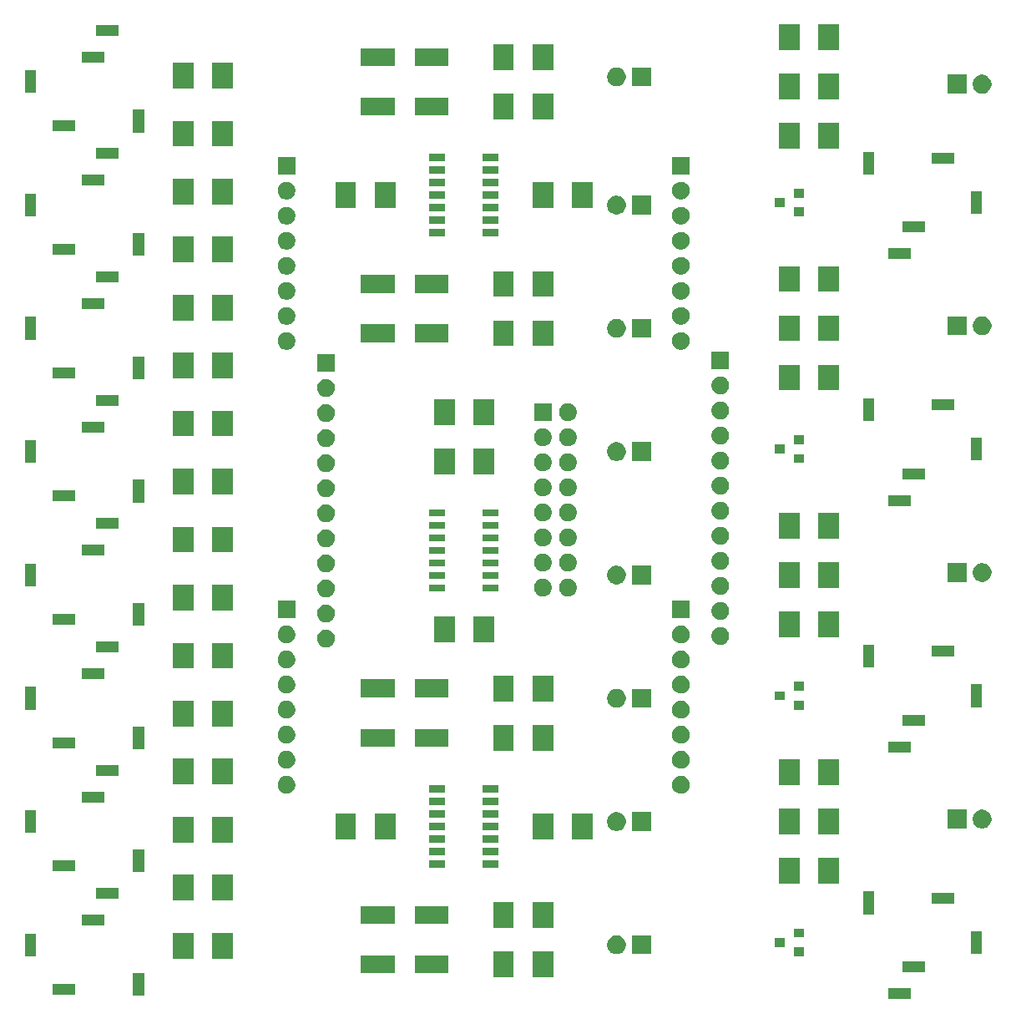
<source format=gbr>
G04 #@! TF.GenerationSoftware,KiCad,Pcbnew,(5.1.5)-3*
G04 #@! TF.CreationDate,2020-08-11T17:29:56-07:00*
G04 #@! TF.ProjectId,XOR,584f522e-6b69-4636-9164-5f7063625858,rev?*
G04 #@! TF.SameCoordinates,Original*
G04 #@! TF.FileFunction,Soldermask,Top*
G04 #@! TF.FilePolarity,Negative*
%FSLAX46Y46*%
G04 Gerber Fmt 4.6, Leading zero omitted, Abs format (unit mm)*
G04 Created by KiCad (PCBNEW (5.1.5)-3) date 2020-08-11 17:29:56*
%MOMM*%
%LPD*%
G04 APERTURE LIST*
%ADD10C,0.100000*%
G04 APERTURE END LIST*
D10*
G36*
X91351000Y-99501000D02*
G01*
X89049000Y-99501000D01*
X89049000Y-98399000D01*
X91351000Y-98399000D01*
X91351000Y-99501000D01*
G37*
G36*
X13551000Y-99151000D02*
G01*
X12449000Y-99151000D01*
X12449000Y-96849000D01*
X13551000Y-96849000D01*
X13551000Y-99151000D01*
G37*
G36*
X6551000Y-99051000D02*
G01*
X4249000Y-99051000D01*
X4249000Y-97949000D01*
X6551000Y-97949000D01*
X6551000Y-99051000D01*
G37*
G36*
X55051000Y-97301000D02*
G01*
X52949000Y-97301000D01*
X52949000Y-94699000D01*
X55051000Y-94699000D01*
X55051000Y-97301000D01*
G37*
G36*
X51051000Y-97301000D02*
G01*
X48949000Y-97301000D01*
X48949000Y-94699000D01*
X51051000Y-94699000D01*
X51051000Y-97301000D01*
G37*
G36*
X44451000Y-96901000D02*
G01*
X41049000Y-96901000D01*
X41049000Y-95099000D01*
X44451000Y-95099000D01*
X44451000Y-96901000D01*
G37*
G36*
X38951000Y-96901000D02*
G01*
X35549000Y-96901000D01*
X35549000Y-95099000D01*
X38951000Y-95099000D01*
X38951000Y-96901000D01*
G37*
G36*
X92751000Y-96801000D02*
G01*
X90449000Y-96801000D01*
X90449000Y-95699000D01*
X92751000Y-95699000D01*
X92751000Y-96801000D01*
G37*
G36*
X18551000Y-95381000D02*
G01*
X16449000Y-95381000D01*
X16449000Y-92779000D01*
X18551000Y-92779000D01*
X18551000Y-95381000D01*
G37*
G36*
X22551000Y-95381000D02*
G01*
X20449000Y-95381000D01*
X20449000Y-92779000D01*
X22551000Y-92779000D01*
X22551000Y-95381000D01*
G37*
G36*
X2551000Y-95151000D02*
G01*
X1449000Y-95151000D01*
X1449000Y-92849000D01*
X2551000Y-92849000D01*
X2551000Y-95151000D01*
G37*
G36*
X80501000Y-95151000D02*
G01*
X79499000Y-95151000D01*
X79499000Y-94249000D01*
X80501000Y-94249000D01*
X80501000Y-95151000D01*
G37*
G36*
X64951000Y-94951000D02*
G01*
X63049000Y-94951000D01*
X63049000Y-93049000D01*
X64951000Y-93049000D01*
X64951000Y-94951000D01*
G37*
G36*
X61737395Y-93085546D02*
G01*
X61910466Y-93157234D01*
X61910467Y-93157235D01*
X62066227Y-93261310D01*
X62198690Y-93393773D01*
X62198691Y-93393775D01*
X62302766Y-93549534D01*
X62374454Y-93722605D01*
X62411000Y-93906333D01*
X62411000Y-94093667D01*
X62374454Y-94277395D01*
X62302766Y-94450466D01*
X62302765Y-94450467D01*
X62198690Y-94606227D01*
X62066227Y-94738690D01*
X61987818Y-94791081D01*
X61910466Y-94842766D01*
X61737395Y-94914454D01*
X61553667Y-94951000D01*
X61366333Y-94951000D01*
X61182605Y-94914454D01*
X61009534Y-94842766D01*
X60932182Y-94791081D01*
X60853773Y-94738690D01*
X60721310Y-94606227D01*
X60617235Y-94450467D01*
X60617234Y-94450466D01*
X60545546Y-94277395D01*
X60509000Y-94093667D01*
X60509000Y-93906333D01*
X60545546Y-93722605D01*
X60617234Y-93549534D01*
X60721309Y-93393775D01*
X60721310Y-93393773D01*
X60853773Y-93261310D01*
X61009533Y-93157235D01*
X61009534Y-93157234D01*
X61182605Y-93085546D01*
X61366333Y-93049000D01*
X61553667Y-93049000D01*
X61737395Y-93085546D01*
G37*
G36*
X98551000Y-94901000D02*
G01*
X97449000Y-94901000D01*
X97449000Y-92599000D01*
X98551000Y-92599000D01*
X98551000Y-94901000D01*
G37*
G36*
X78501000Y-94201000D02*
G01*
X77499000Y-94201000D01*
X77499000Y-93299000D01*
X78501000Y-93299000D01*
X78501000Y-94201000D01*
G37*
G36*
X80501000Y-93251000D02*
G01*
X79499000Y-93251000D01*
X79499000Y-92349000D01*
X80501000Y-92349000D01*
X80501000Y-93251000D01*
G37*
G36*
X51051000Y-92301000D02*
G01*
X48949000Y-92301000D01*
X48949000Y-89699000D01*
X51051000Y-89699000D01*
X51051000Y-92301000D01*
G37*
G36*
X55051000Y-92301000D02*
G01*
X52949000Y-92301000D01*
X52949000Y-89699000D01*
X55051000Y-89699000D01*
X55051000Y-92301000D01*
G37*
G36*
X9551000Y-92051000D02*
G01*
X7249000Y-92051000D01*
X7249000Y-90949000D01*
X9551000Y-90949000D01*
X9551000Y-92051000D01*
G37*
G36*
X44451000Y-91901000D02*
G01*
X41049000Y-91901000D01*
X41049000Y-90099000D01*
X44451000Y-90099000D01*
X44451000Y-91901000D01*
G37*
G36*
X38951000Y-91901000D02*
G01*
X35549000Y-91901000D01*
X35549000Y-90099000D01*
X38951000Y-90099000D01*
X38951000Y-91901000D01*
G37*
G36*
X87551000Y-90901000D02*
G01*
X86449000Y-90901000D01*
X86449000Y-88599000D01*
X87551000Y-88599000D01*
X87551000Y-90901000D01*
G37*
G36*
X95751000Y-89801000D02*
G01*
X93449000Y-89801000D01*
X93449000Y-88699000D01*
X95751000Y-88699000D01*
X95751000Y-89801000D01*
G37*
G36*
X22551000Y-89501000D02*
G01*
X20449000Y-89501000D01*
X20449000Y-86899000D01*
X22551000Y-86899000D01*
X22551000Y-89501000D01*
G37*
G36*
X18551000Y-89501000D02*
G01*
X16449000Y-89501000D01*
X16449000Y-86899000D01*
X18551000Y-86899000D01*
X18551000Y-89501000D01*
G37*
G36*
X10951000Y-89351000D02*
G01*
X8649000Y-89351000D01*
X8649000Y-88249000D01*
X10951000Y-88249000D01*
X10951000Y-89351000D01*
G37*
G36*
X84051000Y-87801000D02*
G01*
X81949000Y-87801000D01*
X81949000Y-85199000D01*
X84051000Y-85199000D01*
X84051000Y-87801000D01*
G37*
G36*
X80051000Y-87801000D02*
G01*
X77949000Y-87801000D01*
X77949000Y-85199000D01*
X80051000Y-85199000D01*
X80051000Y-87801000D01*
G37*
G36*
X13551000Y-86651000D02*
G01*
X12449000Y-86651000D01*
X12449000Y-84349000D01*
X13551000Y-84349000D01*
X13551000Y-86651000D01*
G37*
G36*
X6551000Y-86551000D02*
G01*
X4249000Y-86551000D01*
X4249000Y-85449000D01*
X6551000Y-85449000D01*
X6551000Y-86551000D01*
G37*
G36*
X44101000Y-86161000D02*
G01*
X42499000Y-86161000D01*
X42499000Y-85459000D01*
X44101000Y-85459000D01*
X44101000Y-86161000D01*
G37*
G36*
X49501000Y-86161000D02*
G01*
X47899000Y-86161000D01*
X47899000Y-85459000D01*
X49501000Y-85459000D01*
X49501000Y-86161000D01*
G37*
G36*
X49501000Y-84891000D02*
G01*
X47899000Y-84891000D01*
X47899000Y-84189000D01*
X49501000Y-84189000D01*
X49501000Y-84891000D01*
G37*
G36*
X44101000Y-84891000D02*
G01*
X42499000Y-84891000D01*
X42499000Y-84189000D01*
X44101000Y-84189000D01*
X44101000Y-84891000D01*
G37*
G36*
X49501000Y-83621000D02*
G01*
X47899000Y-83621000D01*
X47899000Y-82919000D01*
X49501000Y-82919000D01*
X49501000Y-83621000D01*
G37*
G36*
X44101000Y-83621000D02*
G01*
X42499000Y-83621000D01*
X42499000Y-82919000D01*
X44101000Y-82919000D01*
X44101000Y-83621000D01*
G37*
G36*
X22551000Y-83621000D02*
G01*
X20449000Y-83621000D01*
X20449000Y-81019000D01*
X22551000Y-81019000D01*
X22551000Y-83621000D01*
G37*
G36*
X18551000Y-83621000D02*
G01*
X16449000Y-83621000D01*
X16449000Y-81019000D01*
X18551000Y-81019000D01*
X18551000Y-83621000D01*
G37*
G36*
X55051000Y-83301000D02*
G01*
X52949000Y-83301000D01*
X52949000Y-80699000D01*
X55051000Y-80699000D01*
X55051000Y-83301000D01*
G37*
G36*
X59051000Y-83301000D02*
G01*
X56949000Y-83301000D01*
X56949000Y-80699000D01*
X59051000Y-80699000D01*
X59051000Y-83301000D01*
G37*
G36*
X35051000Y-83301000D02*
G01*
X32949000Y-83301000D01*
X32949000Y-80699000D01*
X35051000Y-80699000D01*
X35051000Y-83301000D01*
G37*
G36*
X39051000Y-83301000D02*
G01*
X36949000Y-83301000D01*
X36949000Y-80699000D01*
X39051000Y-80699000D01*
X39051000Y-83301000D01*
G37*
G36*
X80051000Y-82801000D02*
G01*
X77949000Y-82801000D01*
X77949000Y-80199000D01*
X80051000Y-80199000D01*
X80051000Y-82801000D01*
G37*
G36*
X84051000Y-82801000D02*
G01*
X81949000Y-82801000D01*
X81949000Y-80199000D01*
X84051000Y-80199000D01*
X84051000Y-82801000D01*
G37*
G36*
X2551000Y-82651000D02*
G01*
X1449000Y-82651000D01*
X1449000Y-80349000D01*
X2551000Y-80349000D01*
X2551000Y-82651000D01*
G37*
G36*
X64951000Y-82451000D02*
G01*
X63049000Y-82451000D01*
X63049000Y-80549000D01*
X64951000Y-80549000D01*
X64951000Y-82451000D01*
G37*
G36*
X61737395Y-80585546D02*
G01*
X61910466Y-80657234D01*
X61910467Y-80657235D01*
X62066227Y-80761310D01*
X62198690Y-80893773D01*
X62198691Y-80893775D01*
X62302766Y-81049534D01*
X62374454Y-81222605D01*
X62411000Y-81406333D01*
X62411000Y-81593667D01*
X62374454Y-81777395D01*
X62302766Y-81950466D01*
X62302765Y-81950467D01*
X62198690Y-82106227D01*
X62066227Y-82238690D01*
X61987818Y-82291081D01*
X61910466Y-82342766D01*
X61737395Y-82414454D01*
X61553667Y-82451000D01*
X61366333Y-82451000D01*
X61182605Y-82414454D01*
X61009534Y-82342766D01*
X60932182Y-82291081D01*
X60853773Y-82238690D01*
X60721310Y-82106227D01*
X60617235Y-81950467D01*
X60617234Y-81950466D01*
X60545546Y-81777395D01*
X60509000Y-81593667D01*
X60509000Y-81406333D01*
X60545546Y-81222605D01*
X60617234Y-81049534D01*
X60721309Y-80893775D01*
X60721310Y-80893773D01*
X60853773Y-80761310D01*
X61009533Y-80657235D01*
X61009534Y-80657234D01*
X61182605Y-80585546D01*
X61366333Y-80549000D01*
X61553667Y-80549000D01*
X61737395Y-80585546D01*
G37*
G36*
X49501000Y-82351000D02*
G01*
X47899000Y-82351000D01*
X47899000Y-81649000D01*
X49501000Y-81649000D01*
X49501000Y-82351000D01*
G37*
G36*
X44101000Y-82351000D02*
G01*
X42499000Y-82351000D01*
X42499000Y-81649000D01*
X44101000Y-81649000D01*
X44101000Y-82351000D01*
G37*
G36*
X96951000Y-82201000D02*
G01*
X95049000Y-82201000D01*
X95049000Y-80299000D01*
X96951000Y-80299000D01*
X96951000Y-82201000D01*
G37*
G36*
X98817395Y-80335546D02*
G01*
X98990466Y-80407234D01*
X98990467Y-80407235D01*
X99146227Y-80511310D01*
X99278690Y-80643773D01*
X99278691Y-80643775D01*
X99382766Y-80799534D01*
X99454454Y-80972605D01*
X99491000Y-81156333D01*
X99491000Y-81343667D01*
X99454454Y-81527395D01*
X99382766Y-81700466D01*
X99382765Y-81700467D01*
X99278690Y-81856227D01*
X99146227Y-81988690D01*
X99067818Y-82041081D01*
X98990466Y-82092766D01*
X98817395Y-82164454D01*
X98633667Y-82201000D01*
X98446333Y-82201000D01*
X98262605Y-82164454D01*
X98089534Y-82092766D01*
X98012182Y-82041081D01*
X97933773Y-81988690D01*
X97801310Y-81856227D01*
X97697235Y-81700467D01*
X97697234Y-81700466D01*
X97625546Y-81527395D01*
X97589000Y-81343667D01*
X97589000Y-81156333D01*
X97625546Y-80972605D01*
X97697234Y-80799534D01*
X97801309Y-80643775D01*
X97801310Y-80643773D01*
X97933773Y-80511310D01*
X98089533Y-80407235D01*
X98089534Y-80407234D01*
X98262605Y-80335546D01*
X98446333Y-80299000D01*
X98633667Y-80299000D01*
X98817395Y-80335546D01*
G37*
G36*
X49501000Y-81081000D02*
G01*
X47899000Y-81081000D01*
X47899000Y-80379000D01*
X49501000Y-80379000D01*
X49501000Y-81081000D01*
G37*
G36*
X44101000Y-81081000D02*
G01*
X42499000Y-81081000D01*
X42499000Y-80379000D01*
X44101000Y-80379000D01*
X44101000Y-81081000D01*
G37*
G36*
X49501000Y-79811000D02*
G01*
X47899000Y-79811000D01*
X47899000Y-79109000D01*
X49501000Y-79109000D01*
X49501000Y-79811000D01*
G37*
G36*
X44101000Y-79811000D02*
G01*
X42499000Y-79811000D01*
X42499000Y-79109000D01*
X44101000Y-79109000D01*
X44101000Y-79811000D01*
G37*
G36*
X9551000Y-79551000D02*
G01*
X7249000Y-79551000D01*
X7249000Y-78449000D01*
X9551000Y-78449000D01*
X9551000Y-79551000D01*
G37*
G36*
X28113512Y-76883927D02*
G01*
X28262812Y-76913624D01*
X28426784Y-76981544D01*
X28574354Y-77080147D01*
X28699853Y-77205646D01*
X28798456Y-77353216D01*
X28866376Y-77517188D01*
X28901000Y-77691259D01*
X28901000Y-77868741D01*
X28866376Y-78042812D01*
X28798456Y-78206784D01*
X28699853Y-78354354D01*
X28574354Y-78479853D01*
X28426784Y-78578456D01*
X28262812Y-78646376D01*
X28113512Y-78676073D01*
X28088742Y-78681000D01*
X27911258Y-78681000D01*
X27886488Y-78676073D01*
X27737188Y-78646376D01*
X27573216Y-78578456D01*
X27425646Y-78479853D01*
X27300147Y-78354354D01*
X27201544Y-78206784D01*
X27133624Y-78042812D01*
X27099000Y-77868741D01*
X27099000Y-77691259D01*
X27133624Y-77517188D01*
X27201544Y-77353216D01*
X27300147Y-77205646D01*
X27425646Y-77080147D01*
X27573216Y-76981544D01*
X27737188Y-76913624D01*
X27886488Y-76883927D01*
X27911258Y-76879000D01*
X28088742Y-76879000D01*
X28113512Y-76883927D01*
G37*
G36*
X68113512Y-76883927D02*
G01*
X68262812Y-76913624D01*
X68426784Y-76981544D01*
X68574354Y-77080147D01*
X68699853Y-77205646D01*
X68798456Y-77353216D01*
X68866376Y-77517188D01*
X68901000Y-77691259D01*
X68901000Y-77868741D01*
X68866376Y-78042812D01*
X68798456Y-78206784D01*
X68699853Y-78354354D01*
X68574354Y-78479853D01*
X68426784Y-78578456D01*
X68262812Y-78646376D01*
X68113512Y-78676073D01*
X68088742Y-78681000D01*
X67911258Y-78681000D01*
X67886488Y-78676073D01*
X67737188Y-78646376D01*
X67573216Y-78578456D01*
X67425646Y-78479853D01*
X67300147Y-78354354D01*
X67201544Y-78206784D01*
X67133624Y-78042812D01*
X67099000Y-77868741D01*
X67099000Y-77691259D01*
X67133624Y-77517188D01*
X67201544Y-77353216D01*
X67300147Y-77205646D01*
X67425646Y-77080147D01*
X67573216Y-76981544D01*
X67737188Y-76913624D01*
X67886488Y-76883927D01*
X67911258Y-76879000D01*
X68088742Y-76879000D01*
X68113512Y-76883927D01*
G37*
G36*
X49501000Y-78541000D02*
G01*
X47899000Y-78541000D01*
X47899000Y-77839000D01*
X49501000Y-77839000D01*
X49501000Y-78541000D01*
G37*
G36*
X44101000Y-78541000D02*
G01*
X42499000Y-78541000D01*
X42499000Y-77839000D01*
X44101000Y-77839000D01*
X44101000Y-78541000D01*
G37*
G36*
X84051000Y-77801000D02*
G01*
X81949000Y-77801000D01*
X81949000Y-75199000D01*
X84051000Y-75199000D01*
X84051000Y-77801000D01*
G37*
G36*
X80051000Y-77801000D02*
G01*
X77949000Y-77801000D01*
X77949000Y-75199000D01*
X80051000Y-75199000D01*
X80051000Y-77801000D01*
G37*
G36*
X18551000Y-77741000D02*
G01*
X16449000Y-77741000D01*
X16449000Y-75139000D01*
X18551000Y-75139000D01*
X18551000Y-77741000D01*
G37*
G36*
X22551000Y-77741000D02*
G01*
X20449000Y-77741000D01*
X20449000Y-75139000D01*
X22551000Y-75139000D01*
X22551000Y-77741000D01*
G37*
G36*
X10951000Y-76851000D02*
G01*
X8649000Y-76851000D01*
X8649000Y-75749000D01*
X10951000Y-75749000D01*
X10951000Y-76851000D01*
G37*
G36*
X68113512Y-74343927D02*
G01*
X68262812Y-74373624D01*
X68426784Y-74441544D01*
X68574354Y-74540147D01*
X68699853Y-74665646D01*
X68798456Y-74813216D01*
X68866376Y-74977188D01*
X68901000Y-75151259D01*
X68901000Y-75328741D01*
X68866376Y-75502812D01*
X68798456Y-75666784D01*
X68699853Y-75814354D01*
X68574354Y-75939853D01*
X68426784Y-76038456D01*
X68262812Y-76106376D01*
X68113512Y-76136073D01*
X68088742Y-76141000D01*
X67911258Y-76141000D01*
X67886488Y-76136073D01*
X67737188Y-76106376D01*
X67573216Y-76038456D01*
X67425646Y-75939853D01*
X67300147Y-75814354D01*
X67201544Y-75666784D01*
X67133624Y-75502812D01*
X67099000Y-75328741D01*
X67099000Y-75151259D01*
X67133624Y-74977188D01*
X67201544Y-74813216D01*
X67300147Y-74665646D01*
X67425646Y-74540147D01*
X67573216Y-74441544D01*
X67737188Y-74373624D01*
X67886488Y-74343927D01*
X67911258Y-74339000D01*
X68088742Y-74339000D01*
X68113512Y-74343927D01*
G37*
G36*
X28113512Y-74343927D02*
G01*
X28262812Y-74373624D01*
X28426784Y-74441544D01*
X28574354Y-74540147D01*
X28699853Y-74665646D01*
X28798456Y-74813216D01*
X28866376Y-74977188D01*
X28901000Y-75151259D01*
X28901000Y-75328741D01*
X28866376Y-75502812D01*
X28798456Y-75666784D01*
X28699853Y-75814354D01*
X28574354Y-75939853D01*
X28426784Y-76038456D01*
X28262812Y-76106376D01*
X28113512Y-76136073D01*
X28088742Y-76141000D01*
X27911258Y-76141000D01*
X27886488Y-76136073D01*
X27737188Y-76106376D01*
X27573216Y-76038456D01*
X27425646Y-75939853D01*
X27300147Y-75814354D01*
X27201544Y-75666784D01*
X27133624Y-75502812D01*
X27099000Y-75328741D01*
X27099000Y-75151259D01*
X27133624Y-74977188D01*
X27201544Y-74813216D01*
X27300147Y-74665646D01*
X27425646Y-74540147D01*
X27573216Y-74441544D01*
X27737188Y-74373624D01*
X27886488Y-74343927D01*
X27911258Y-74339000D01*
X28088742Y-74339000D01*
X28113512Y-74343927D01*
G37*
G36*
X91351000Y-74501000D02*
G01*
X89049000Y-74501000D01*
X89049000Y-73399000D01*
X91351000Y-73399000D01*
X91351000Y-74501000D01*
G37*
G36*
X55051000Y-74301000D02*
G01*
X52949000Y-74301000D01*
X52949000Y-71699000D01*
X55051000Y-71699000D01*
X55051000Y-74301000D01*
G37*
G36*
X51051000Y-74301000D02*
G01*
X48949000Y-74301000D01*
X48949000Y-71699000D01*
X51051000Y-71699000D01*
X51051000Y-74301000D01*
G37*
G36*
X13551000Y-74151000D02*
G01*
X12449000Y-74151000D01*
X12449000Y-71849000D01*
X13551000Y-71849000D01*
X13551000Y-74151000D01*
G37*
G36*
X6551000Y-74051000D02*
G01*
X4249000Y-74051000D01*
X4249000Y-72949000D01*
X6551000Y-72949000D01*
X6551000Y-74051000D01*
G37*
G36*
X38951000Y-73901000D02*
G01*
X35549000Y-73901000D01*
X35549000Y-72099000D01*
X38951000Y-72099000D01*
X38951000Y-73901000D01*
G37*
G36*
X44451000Y-73901000D02*
G01*
X41049000Y-73901000D01*
X41049000Y-72099000D01*
X44451000Y-72099000D01*
X44451000Y-73901000D01*
G37*
G36*
X68113512Y-71803927D02*
G01*
X68262812Y-71833624D01*
X68426784Y-71901544D01*
X68574354Y-72000147D01*
X68699853Y-72125646D01*
X68798456Y-72273216D01*
X68866376Y-72437188D01*
X68901000Y-72611259D01*
X68901000Y-72788741D01*
X68866376Y-72962812D01*
X68798456Y-73126784D01*
X68699853Y-73274354D01*
X68574354Y-73399853D01*
X68426784Y-73498456D01*
X68262812Y-73566376D01*
X68113512Y-73596073D01*
X68088742Y-73601000D01*
X67911258Y-73601000D01*
X67886488Y-73596073D01*
X67737188Y-73566376D01*
X67573216Y-73498456D01*
X67425646Y-73399853D01*
X67300147Y-73274354D01*
X67201544Y-73126784D01*
X67133624Y-72962812D01*
X67099000Y-72788741D01*
X67099000Y-72611259D01*
X67133624Y-72437188D01*
X67201544Y-72273216D01*
X67300147Y-72125646D01*
X67425646Y-72000147D01*
X67573216Y-71901544D01*
X67737188Y-71833624D01*
X67886488Y-71803927D01*
X67911258Y-71799000D01*
X68088742Y-71799000D01*
X68113512Y-71803927D01*
G37*
G36*
X28113512Y-71803927D02*
G01*
X28262812Y-71833624D01*
X28426784Y-71901544D01*
X28574354Y-72000147D01*
X28699853Y-72125646D01*
X28798456Y-72273216D01*
X28866376Y-72437188D01*
X28901000Y-72611259D01*
X28901000Y-72788741D01*
X28866376Y-72962812D01*
X28798456Y-73126784D01*
X28699853Y-73274354D01*
X28574354Y-73399853D01*
X28426784Y-73498456D01*
X28262812Y-73566376D01*
X28113512Y-73596073D01*
X28088742Y-73601000D01*
X27911258Y-73601000D01*
X27886488Y-73596073D01*
X27737188Y-73566376D01*
X27573216Y-73498456D01*
X27425646Y-73399853D01*
X27300147Y-73274354D01*
X27201544Y-73126784D01*
X27133624Y-72962812D01*
X27099000Y-72788741D01*
X27099000Y-72611259D01*
X27133624Y-72437188D01*
X27201544Y-72273216D01*
X27300147Y-72125646D01*
X27425646Y-72000147D01*
X27573216Y-71901544D01*
X27737188Y-71833624D01*
X27886488Y-71803927D01*
X27911258Y-71799000D01*
X28088742Y-71799000D01*
X28113512Y-71803927D01*
G37*
G36*
X22551000Y-71861000D02*
G01*
X20449000Y-71861000D01*
X20449000Y-69259000D01*
X22551000Y-69259000D01*
X22551000Y-71861000D01*
G37*
G36*
X18551000Y-71861000D02*
G01*
X16449000Y-71861000D01*
X16449000Y-69259000D01*
X18551000Y-69259000D01*
X18551000Y-71861000D01*
G37*
G36*
X92751000Y-71801000D02*
G01*
X90449000Y-71801000D01*
X90449000Y-70699000D01*
X92751000Y-70699000D01*
X92751000Y-71801000D01*
G37*
G36*
X68113512Y-69263927D02*
G01*
X68262812Y-69293624D01*
X68426784Y-69361544D01*
X68574354Y-69460147D01*
X68699853Y-69585646D01*
X68798456Y-69733216D01*
X68866376Y-69897188D01*
X68901000Y-70071259D01*
X68901000Y-70248741D01*
X68866376Y-70422812D01*
X68798456Y-70586784D01*
X68699853Y-70734354D01*
X68574354Y-70859853D01*
X68426784Y-70958456D01*
X68262812Y-71026376D01*
X68113512Y-71056073D01*
X68088742Y-71061000D01*
X67911258Y-71061000D01*
X67886488Y-71056073D01*
X67737188Y-71026376D01*
X67573216Y-70958456D01*
X67425646Y-70859853D01*
X67300147Y-70734354D01*
X67201544Y-70586784D01*
X67133624Y-70422812D01*
X67099000Y-70248741D01*
X67099000Y-70071259D01*
X67133624Y-69897188D01*
X67201544Y-69733216D01*
X67300147Y-69585646D01*
X67425646Y-69460147D01*
X67573216Y-69361544D01*
X67737188Y-69293624D01*
X67886488Y-69263927D01*
X67911258Y-69259000D01*
X68088742Y-69259000D01*
X68113512Y-69263927D01*
G37*
G36*
X28113512Y-69263927D02*
G01*
X28262812Y-69293624D01*
X28426784Y-69361544D01*
X28574354Y-69460147D01*
X28699853Y-69585646D01*
X28798456Y-69733216D01*
X28866376Y-69897188D01*
X28901000Y-70071259D01*
X28901000Y-70248741D01*
X28866376Y-70422812D01*
X28798456Y-70586784D01*
X28699853Y-70734354D01*
X28574354Y-70859853D01*
X28426784Y-70958456D01*
X28262812Y-71026376D01*
X28113512Y-71056073D01*
X28088742Y-71061000D01*
X27911258Y-71061000D01*
X27886488Y-71056073D01*
X27737188Y-71026376D01*
X27573216Y-70958456D01*
X27425646Y-70859853D01*
X27300147Y-70734354D01*
X27201544Y-70586784D01*
X27133624Y-70422812D01*
X27099000Y-70248741D01*
X27099000Y-70071259D01*
X27133624Y-69897188D01*
X27201544Y-69733216D01*
X27300147Y-69585646D01*
X27425646Y-69460147D01*
X27573216Y-69361544D01*
X27737188Y-69293624D01*
X27886488Y-69263927D01*
X27911258Y-69259000D01*
X28088742Y-69259000D01*
X28113512Y-69263927D01*
G37*
G36*
X80501000Y-70151000D02*
G01*
X79499000Y-70151000D01*
X79499000Y-69249000D01*
X80501000Y-69249000D01*
X80501000Y-70151000D01*
G37*
G36*
X2551000Y-70151000D02*
G01*
X1449000Y-70151000D01*
X1449000Y-67849000D01*
X2551000Y-67849000D01*
X2551000Y-70151000D01*
G37*
G36*
X61737395Y-68085546D02*
G01*
X61910466Y-68157234D01*
X61910467Y-68157235D01*
X62066227Y-68261310D01*
X62198690Y-68393773D01*
X62251081Y-68472182D01*
X62302766Y-68549534D01*
X62374454Y-68722605D01*
X62411000Y-68906333D01*
X62411000Y-69093667D01*
X62374454Y-69277395D01*
X62302766Y-69450466D01*
X62251081Y-69527818D01*
X62198690Y-69606227D01*
X62066227Y-69738690D01*
X61987818Y-69791081D01*
X61910466Y-69842766D01*
X61737395Y-69914454D01*
X61553667Y-69951000D01*
X61366333Y-69951000D01*
X61182605Y-69914454D01*
X61009534Y-69842766D01*
X60932182Y-69791081D01*
X60853773Y-69738690D01*
X60721310Y-69606227D01*
X60668919Y-69527818D01*
X60617234Y-69450466D01*
X60545546Y-69277395D01*
X60509000Y-69093667D01*
X60509000Y-68906333D01*
X60545546Y-68722605D01*
X60617234Y-68549534D01*
X60668919Y-68472182D01*
X60721310Y-68393773D01*
X60853773Y-68261310D01*
X61009533Y-68157235D01*
X61009534Y-68157234D01*
X61182605Y-68085546D01*
X61366333Y-68049000D01*
X61553667Y-68049000D01*
X61737395Y-68085546D01*
G37*
G36*
X64951000Y-69951000D02*
G01*
X63049000Y-69951000D01*
X63049000Y-68049000D01*
X64951000Y-68049000D01*
X64951000Y-69951000D01*
G37*
G36*
X98551000Y-69901000D02*
G01*
X97449000Y-69901000D01*
X97449000Y-67599000D01*
X98551000Y-67599000D01*
X98551000Y-69901000D01*
G37*
G36*
X55051000Y-69301000D02*
G01*
X52949000Y-69301000D01*
X52949000Y-66699000D01*
X55051000Y-66699000D01*
X55051000Y-69301000D01*
G37*
G36*
X51051000Y-69301000D02*
G01*
X48949000Y-69301000D01*
X48949000Y-66699000D01*
X51051000Y-66699000D01*
X51051000Y-69301000D01*
G37*
G36*
X78501000Y-69201000D02*
G01*
X77499000Y-69201000D01*
X77499000Y-68299000D01*
X78501000Y-68299000D01*
X78501000Y-69201000D01*
G37*
G36*
X38951000Y-68901000D02*
G01*
X35549000Y-68901000D01*
X35549000Y-67099000D01*
X38951000Y-67099000D01*
X38951000Y-68901000D01*
G37*
G36*
X44451000Y-68901000D02*
G01*
X41049000Y-68901000D01*
X41049000Y-67099000D01*
X44451000Y-67099000D01*
X44451000Y-68901000D01*
G37*
G36*
X28113512Y-66723927D02*
G01*
X28262812Y-66753624D01*
X28426784Y-66821544D01*
X28574354Y-66920147D01*
X28699853Y-67045646D01*
X28798456Y-67193216D01*
X28866376Y-67357188D01*
X28901000Y-67531259D01*
X28901000Y-67708741D01*
X28866376Y-67882812D01*
X28798456Y-68046784D01*
X28699853Y-68194354D01*
X28574354Y-68319853D01*
X28426784Y-68418456D01*
X28262812Y-68486376D01*
X28113512Y-68516073D01*
X28088742Y-68521000D01*
X27911258Y-68521000D01*
X27886488Y-68516073D01*
X27737188Y-68486376D01*
X27573216Y-68418456D01*
X27425646Y-68319853D01*
X27300147Y-68194354D01*
X27201544Y-68046784D01*
X27133624Y-67882812D01*
X27099000Y-67708741D01*
X27099000Y-67531259D01*
X27133624Y-67357188D01*
X27201544Y-67193216D01*
X27300147Y-67045646D01*
X27425646Y-66920147D01*
X27573216Y-66821544D01*
X27737188Y-66753624D01*
X27886488Y-66723927D01*
X27911258Y-66719000D01*
X28088742Y-66719000D01*
X28113512Y-66723927D01*
G37*
G36*
X68113512Y-66723927D02*
G01*
X68262812Y-66753624D01*
X68426784Y-66821544D01*
X68574354Y-66920147D01*
X68699853Y-67045646D01*
X68798456Y-67193216D01*
X68866376Y-67357188D01*
X68901000Y-67531259D01*
X68901000Y-67708741D01*
X68866376Y-67882812D01*
X68798456Y-68046784D01*
X68699853Y-68194354D01*
X68574354Y-68319853D01*
X68426784Y-68418456D01*
X68262812Y-68486376D01*
X68113512Y-68516073D01*
X68088742Y-68521000D01*
X67911258Y-68521000D01*
X67886488Y-68516073D01*
X67737188Y-68486376D01*
X67573216Y-68418456D01*
X67425646Y-68319853D01*
X67300147Y-68194354D01*
X67201544Y-68046784D01*
X67133624Y-67882812D01*
X67099000Y-67708741D01*
X67099000Y-67531259D01*
X67133624Y-67357188D01*
X67201544Y-67193216D01*
X67300147Y-67045646D01*
X67425646Y-66920147D01*
X67573216Y-66821544D01*
X67737188Y-66753624D01*
X67886488Y-66723927D01*
X67911258Y-66719000D01*
X68088742Y-66719000D01*
X68113512Y-66723927D01*
G37*
G36*
X80501000Y-68251000D02*
G01*
X79499000Y-68251000D01*
X79499000Y-67349000D01*
X80501000Y-67349000D01*
X80501000Y-68251000D01*
G37*
G36*
X9551000Y-67051000D02*
G01*
X7249000Y-67051000D01*
X7249000Y-65949000D01*
X9551000Y-65949000D01*
X9551000Y-67051000D01*
G37*
G36*
X28113512Y-64183927D02*
G01*
X28262812Y-64213624D01*
X28426784Y-64281544D01*
X28574354Y-64380147D01*
X28699853Y-64505646D01*
X28798456Y-64653216D01*
X28866376Y-64817188D01*
X28901000Y-64991259D01*
X28901000Y-65168741D01*
X28866376Y-65342812D01*
X28798456Y-65506784D01*
X28699853Y-65654354D01*
X28574354Y-65779853D01*
X28426784Y-65878456D01*
X28262812Y-65946376D01*
X28113512Y-65976073D01*
X28088742Y-65981000D01*
X27911258Y-65981000D01*
X27886488Y-65976073D01*
X27737188Y-65946376D01*
X27573216Y-65878456D01*
X27425646Y-65779853D01*
X27300147Y-65654354D01*
X27201544Y-65506784D01*
X27133624Y-65342812D01*
X27099000Y-65168741D01*
X27099000Y-64991259D01*
X27133624Y-64817188D01*
X27201544Y-64653216D01*
X27300147Y-64505646D01*
X27425646Y-64380147D01*
X27573216Y-64281544D01*
X27737188Y-64213624D01*
X27886488Y-64183927D01*
X27911258Y-64179000D01*
X28088742Y-64179000D01*
X28113512Y-64183927D01*
G37*
G36*
X18551000Y-65981000D02*
G01*
X16449000Y-65981000D01*
X16449000Y-63379000D01*
X18551000Y-63379000D01*
X18551000Y-65981000D01*
G37*
G36*
X22551000Y-65981000D02*
G01*
X20449000Y-65981000D01*
X20449000Y-63379000D01*
X22551000Y-63379000D01*
X22551000Y-65981000D01*
G37*
G36*
X68113512Y-64183927D02*
G01*
X68262812Y-64213624D01*
X68426784Y-64281544D01*
X68574354Y-64380147D01*
X68699853Y-64505646D01*
X68798456Y-64653216D01*
X68866376Y-64817188D01*
X68901000Y-64991259D01*
X68901000Y-65168741D01*
X68866376Y-65342812D01*
X68798456Y-65506784D01*
X68699853Y-65654354D01*
X68574354Y-65779853D01*
X68426784Y-65878456D01*
X68262812Y-65946376D01*
X68113512Y-65976073D01*
X68088742Y-65981000D01*
X67911258Y-65981000D01*
X67886488Y-65976073D01*
X67737188Y-65946376D01*
X67573216Y-65878456D01*
X67425646Y-65779853D01*
X67300147Y-65654354D01*
X67201544Y-65506784D01*
X67133624Y-65342812D01*
X67099000Y-65168741D01*
X67099000Y-64991259D01*
X67133624Y-64817188D01*
X67201544Y-64653216D01*
X67300147Y-64505646D01*
X67425646Y-64380147D01*
X67573216Y-64281544D01*
X67737188Y-64213624D01*
X67886488Y-64183927D01*
X67911258Y-64179000D01*
X68088742Y-64179000D01*
X68113512Y-64183927D01*
G37*
G36*
X87551000Y-65901000D02*
G01*
X86449000Y-65901000D01*
X86449000Y-63599000D01*
X87551000Y-63599000D01*
X87551000Y-65901000D01*
G37*
G36*
X95751000Y-64801000D02*
G01*
X93449000Y-64801000D01*
X93449000Y-63699000D01*
X95751000Y-63699000D01*
X95751000Y-64801000D01*
G37*
G36*
X10951000Y-64351000D02*
G01*
X8649000Y-64351000D01*
X8649000Y-63249000D01*
X10951000Y-63249000D01*
X10951000Y-64351000D01*
G37*
G36*
X32113512Y-62043927D02*
G01*
X32262812Y-62073624D01*
X32426784Y-62141544D01*
X32574354Y-62240147D01*
X32699853Y-62365646D01*
X32798456Y-62513216D01*
X32866376Y-62677188D01*
X32901000Y-62851259D01*
X32901000Y-63028741D01*
X32866376Y-63202812D01*
X32798456Y-63366784D01*
X32699853Y-63514354D01*
X32574354Y-63639853D01*
X32426784Y-63738456D01*
X32262812Y-63806376D01*
X32113512Y-63836073D01*
X32088742Y-63841000D01*
X31911258Y-63841000D01*
X31886488Y-63836073D01*
X31737188Y-63806376D01*
X31573216Y-63738456D01*
X31425646Y-63639853D01*
X31300147Y-63514354D01*
X31201544Y-63366784D01*
X31133624Y-63202812D01*
X31099000Y-63028741D01*
X31099000Y-62851259D01*
X31133624Y-62677188D01*
X31201544Y-62513216D01*
X31300147Y-62365646D01*
X31425646Y-62240147D01*
X31573216Y-62141544D01*
X31737188Y-62073624D01*
X31886488Y-62043927D01*
X31911258Y-62039000D01*
X32088742Y-62039000D01*
X32113512Y-62043927D01*
G37*
G36*
X72113512Y-61793927D02*
G01*
X72262812Y-61823624D01*
X72426784Y-61891544D01*
X72574354Y-61990147D01*
X72699853Y-62115646D01*
X72798456Y-62263216D01*
X72866376Y-62427188D01*
X72901000Y-62601259D01*
X72901000Y-62778741D01*
X72866376Y-62952812D01*
X72798456Y-63116784D01*
X72699853Y-63264354D01*
X72574354Y-63389853D01*
X72426784Y-63488456D01*
X72262812Y-63556376D01*
X72113512Y-63586073D01*
X72088742Y-63591000D01*
X71911258Y-63591000D01*
X71886488Y-63586073D01*
X71737188Y-63556376D01*
X71573216Y-63488456D01*
X71425646Y-63389853D01*
X71300147Y-63264354D01*
X71201544Y-63116784D01*
X71133624Y-62952812D01*
X71099000Y-62778741D01*
X71099000Y-62601259D01*
X71133624Y-62427188D01*
X71201544Y-62263216D01*
X71300147Y-62115646D01*
X71425646Y-61990147D01*
X71573216Y-61891544D01*
X71737188Y-61823624D01*
X71886488Y-61793927D01*
X71911258Y-61789000D01*
X72088742Y-61789000D01*
X72113512Y-61793927D01*
G37*
G36*
X68113512Y-61643927D02*
G01*
X68262812Y-61673624D01*
X68426784Y-61741544D01*
X68574354Y-61840147D01*
X68699853Y-61965646D01*
X68798456Y-62113216D01*
X68866376Y-62277188D01*
X68901000Y-62451259D01*
X68901000Y-62628741D01*
X68866376Y-62802812D01*
X68798456Y-62966784D01*
X68699853Y-63114354D01*
X68574354Y-63239853D01*
X68426784Y-63338456D01*
X68262812Y-63406376D01*
X68113512Y-63436073D01*
X68088742Y-63441000D01*
X67911258Y-63441000D01*
X67886488Y-63436073D01*
X67737188Y-63406376D01*
X67573216Y-63338456D01*
X67425646Y-63239853D01*
X67300147Y-63114354D01*
X67201544Y-62966784D01*
X67133624Y-62802812D01*
X67099000Y-62628741D01*
X67099000Y-62451259D01*
X67133624Y-62277188D01*
X67201544Y-62113216D01*
X67300147Y-61965646D01*
X67425646Y-61840147D01*
X67573216Y-61741544D01*
X67737188Y-61673624D01*
X67886488Y-61643927D01*
X67911258Y-61639000D01*
X68088742Y-61639000D01*
X68113512Y-61643927D01*
G37*
G36*
X28113512Y-61643927D02*
G01*
X28262812Y-61673624D01*
X28426784Y-61741544D01*
X28574354Y-61840147D01*
X28699853Y-61965646D01*
X28798456Y-62113216D01*
X28866376Y-62277188D01*
X28901000Y-62451259D01*
X28901000Y-62628741D01*
X28866376Y-62802812D01*
X28798456Y-62966784D01*
X28699853Y-63114354D01*
X28574354Y-63239853D01*
X28426784Y-63338456D01*
X28262812Y-63406376D01*
X28113512Y-63436073D01*
X28088742Y-63441000D01*
X27911258Y-63441000D01*
X27886488Y-63436073D01*
X27737188Y-63406376D01*
X27573216Y-63338456D01*
X27425646Y-63239853D01*
X27300147Y-63114354D01*
X27201544Y-62966784D01*
X27133624Y-62802812D01*
X27099000Y-62628741D01*
X27099000Y-62451259D01*
X27133624Y-62277188D01*
X27201544Y-62113216D01*
X27300147Y-61965646D01*
X27425646Y-61840147D01*
X27573216Y-61741544D01*
X27737188Y-61673624D01*
X27886488Y-61643927D01*
X27911258Y-61639000D01*
X28088742Y-61639000D01*
X28113512Y-61643927D01*
G37*
G36*
X45051000Y-63301000D02*
G01*
X42949000Y-63301000D01*
X42949000Y-60699000D01*
X45051000Y-60699000D01*
X45051000Y-63301000D01*
G37*
G36*
X49051000Y-63301000D02*
G01*
X46949000Y-63301000D01*
X46949000Y-60699000D01*
X49051000Y-60699000D01*
X49051000Y-63301000D01*
G37*
G36*
X80051000Y-62801000D02*
G01*
X77949000Y-62801000D01*
X77949000Y-60199000D01*
X80051000Y-60199000D01*
X80051000Y-62801000D01*
G37*
G36*
X84051000Y-62801000D02*
G01*
X81949000Y-62801000D01*
X81949000Y-60199000D01*
X84051000Y-60199000D01*
X84051000Y-62801000D01*
G37*
G36*
X13551000Y-61651000D02*
G01*
X12449000Y-61651000D01*
X12449000Y-59349000D01*
X13551000Y-59349000D01*
X13551000Y-61651000D01*
G37*
G36*
X6551000Y-61551000D02*
G01*
X4249000Y-61551000D01*
X4249000Y-60449000D01*
X6551000Y-60449000D01*
X6551000Y-61551000D01*
G37*
G36*
X32113512Y-59503927D02*
G01*
X32262812Y-59533624D01*
X32426784Y-59601544D01*
X32574354Y-59700147D01*
X32699853Y-59825646D01*
X32798456Y-59973216D01*
X32866376Y-60137188D01*
X32901000Y-60311259D01*
X32901000Y-60488741D01*
X32866376Y-60662812D01*
X32798456Y-60826784D01*
X32699853Y-60974354D01*
X32574354Y-61099853D01*
X32426784Y-61198456D01*
X32262812Y-61266376D01*
X32113512Y-61296073D01*
X32088742Y-61301000D01*
X31911258Y-61301000D01*
X31886488Y-61296073D01*
X31737188Y-61266376D01*
X31573216Y-61198456D01*
X31425646Y-61099853D01*
X31300147Y-60974354D01*
X31201544Y-60826784D01*
X31133624Y-60662812D01*
X31099000Y-60488741D01*
X31099000Y-60311259D01*
X31133624Y-60137188D01*
X31201544Y-59973216D01*
X31300147Y-59825646D01*
X31425646Y-59700147D01*
X31573216Y-59601544D01*
X31737188Y-59533624D01*
X31886488Y-59503927D01*
X31911258Y-59499000D01*
X32088742Y-59499000D01*
X32113512Y-59503927D01*
G37*
G36*
X72113512Y-59253927D02*
G01*
X72262812Y-59283624D01*
X72426784Y-59351544D01*
X72574354Y-59450147D01*
X72699853Y-59575646D01*
X72798456Y-59723216D01*
X72866376Y-59887188D01*
X72901000Y-60061259D01*
X72901000Y-60238741D01*
X72866376Y-60412812D01*
X72798456Y-60576784D01*
X72699853Y-60724354D01*
X72574354Y-60849853D01*
X72426784Y-60948456D01*
X72262812Y-61016376D01*
X72113512Y-61046073D01*
X72088742Y-61051000D01*
X71911258Y-61051000D01*
X71886488Y-61046073D01*
X71737188Y-61016376D01*
X71573216Y-60948456D01*
X71425646Y-60849853D01*
X71300147Y-60724354D01*
X71201544Y-60576784D01*
X71133624Y-60412812D01*
X71099000Y-60238741D01*
X71099000Y-60061259D01*
X71133624Y-59887188D01*
X71201544Y-59723216D01*
X71300147Y-59575646D01*
X71425646Y-59450147D01*
X71573216Y-59351544D01*
X71737188Y-59283624D01*
X71886488Y-59253927D01*
X71911258Y-59249000D01*
X72088742Y-59249000D01*
X72113512Y-59253927D01*
G37*
G36*
X28901000Y-60901000D02*
G01*
X27099000Y-60901000D01*
X27099000Y-59099000D01*
X28901000Y-59099000D01*
X28901000Y-60901000D01*
G37*
G36*
X68901000Y-60901000D02*
G01*
X67099000Y-60901000D01*
X67099000Y-59099000D01*
X68901000Y-59099000D01*
X68901000Y-60901000D01*
G37*
G36*
X18551000Y-60101000D02*
G01*
X16449000Y-60101000D01*
X16449000Y-57499000D01*
X18551000Y-57499000D01*
X18551000Y-60101000D01*
G37*
G36*
X22551000Y-60101000D02*
G01*
X20449000Y-60101000D01*
X20449000Y-57499000D01*
X22551000Y-57499000D01*
X22551000Y-60101000D01*
G37*
G36*
X32113512Y-56963927D02*
G01*
X32262812Y-56993624D01*
X32426784Y-57061544D01*
X32574354Y-57160147D01*
X32699853Y-57285646D01*
X32798456Y-57433216D01*
X32866376Y-57597188D01*
X32901000Y-57771259D01*
X32901000Y-57948741D01*
X32866376Y-58122812D01*
X32798456Y-58286784D01*
X32699853Y-58434354D01*
X32574354Y-58559853D01*
X32426784Y-58658456D01*
X32262812Y-58726376D01*
X32113512Y-58756073D01*
X32088742Y-58761000D01*
X31911258Y-58761000D01*
X31886488Y-58756073D01*
X31737188Y-58726376D01*
X31573216Y-58658456D01*
X31425646Y-58559853D01*
X31300147Y-58434354D01*
X31201544Y-58286784D01*
X31133624Y-58122812D01*
X31099000Y-57948741D01*
X31099000Y-57771259D01*
X31133624Y-57597188D01*
X31201544Y-57433216D01*
X31300147Y-57285646D01*
X31425646Y-57160147D01*
X31573216Y-57061544D01*
X31737188Y-56993624D01*
X31886488Y-56963927D01*
X31911258Y-56959000D01*
X32088742Y-56959000D01*
X32113512Y-56963927D01*
G37*
G36*
X56653512Y-56883927D02*
G01*
X56802812Y-56913624D01*
X56966784Y-56981544D01*
X57114354Y-57080147D01*
X57239853Y-57205646D01*
X57338456Y-57353216D01*
X57406376Y-57517188D01*
X57432992Y-57651000D01*
X57441000Y-57691258D01*
X57441000Y-57868742D01*
X57440190Y-57872812D01*
X57406376Y-58042812D01*
X57338456Y-58206784D01*
X57239853Y-58354354D01*
X57114354Y-58479853D01*
X56966784Y-58578456D01*
X56802812Y-58646376D01*
X56653512Y-58676073D01*
X56628742Y-58681000D01*
X56451258Y-58681000D01*
X56426488Y-58676073D01*
X56277188Y-58646376D01*
X56113216Y-58578456D01*
X55965646Y-58479853D01*
X55840147Y-58354354D01*
X55741544Y-58206784D01*
X55673624Y-58042812D01*
X55639810Y-57872812D01*
X55639000Y-57868742D01*
X55639000Y-57691258D01*
X55647008Y-57651000D01*
X55673624Y-57517188D01*
X55741544Y-57353216D01*
X55840147Y-57205646D01*
X55965646Y-57080147D01*
X56113216Y-56981544D01*
X56277188Y-56913624D01*
X56426488Y-56883927D01*
X56451258Y-56879000D01*
X56628742Y-56879000D01*
X56653512Y-56883927D01*
G37*
G36*
X54113512Y-56883927D02*
G01*
X54262812Y-56913624D01*
X54426784Y-56981544D01*
X54574354Y-57080147D01*
X54699853Y-57205646D01*
X54798456Y-57353216D01*
X54866376Y-57517188D01*
X54892992Y-57651000D01*
X54901000Y-57691258D01*
X54901000Y-57868742D01*
X54900190Y-57872812D01*
X54866376Y-58042812D01*
X54798456Y-58206784D01*
X54699853Y-58354354D01*
X54574354Y-58479853D01*
X54426784Y-58578456D01*
X54262812Y-58646376D01*
X54113512Y-58676073D01*
X54088742Y-58681000D01*
X53911258Y-58681000D01*
X53886488Y-58676073D01*
X53737188Y-58646376D01*
X53573216Y-58578456D01*
X53425646Y-58479853D01*
X53300147Y-58354354D01*
X53201544Y-58206784D01*
X53133624Y-58042812D01*
X53099810Y-57872812D01*
X53099000Y-57868742D01*
X53099000Y-57691258D01*
X53107008Y-57651000D01*
X53133624Y-57517188D01*
X53201544Y-57353216D01*
X53300147Y-57205646D01*
X53425646Y-57080147D01*
X53573216Y-56981544D01*
X53737188Y-56913624D01*
X53886488Y-56883927D01*
X53911258Y-56879000D01*
X54088742Y-56879000D01*
X54113512Y-56883927D01*
G37*
G36*
X72113512Y-56713927D02*
G01*
X72262812Y-56743624D01*
X72426784Y-56811544D01*
X72574354Y-56910147D01*
X72699853Y-57035646D01*
X72798456Y-57183216D01*
X72866376Y-57347188D01*
X72887025Y-57451000D01*
X72900191Y-57517189D01*
X72901000Y-57521259D01*
X72901000Y-57698741D01*
X72866376Y-57872812D01*
X72798456Y-58036784D01*
X72699853Y-58184354D01*
X72574354Y-58309853D01*
X72426784Y-58408456D01*
X72262812Y-58476376D01*
X72113512Y-58506073D01*
X72088742Y-58511000D01*
X71911258Y-58511000D01*
X71886488Y-58506073D01*
X71737188Y-58476376D01*
X71573216Y-58408456D01*
X71425646Y-58309853D01*
X71300147Y-58184354D01*
X71201544Y-58036784D01*
X71133624Y-57872812D01*
X71099000Y-57698741D01*
X71099000Y-57521259D01*
X71099810Y-57517189D01*
X71112975Y-57451000D01*
X71133624Y-57347188D01*
X71201544Y-57183216D01*
X71300147Y-57035646D01*
X71425646Y-56910147D01*
X71573216Y-56811544D01*
X71737188Y-56743624D01*
X71886488Y-56713927D01*
X71911258Y-56709000D01*
X72088742Y-56709000D01*
X72113512Y-56713927D01*
G37*
G36*
X44101000Y-58161000D02*
G01*
X42499000Y-58161000D01*
X42499000Y-57459000D01*
X44101000Y-57459000D01*
X44101000Y-58161000D01*
G37*
G36*
X49501000Y-58161000D02*
G01*
X47899000Y-58161000D01*
X47899000Y-57459000D01*
X49501000Y-57459000D01*
X49501000Y-58161000D01*
G37*
G36*
X84051000Y-57801000D02*
G01*
X81949000Y-57801000D01*
X81949000Y-55199000D01*
X84051000Y-55199000D01*
X84051000Y-57801000D01*
G37*
G36*
X80051000Y-57801000D02*
G01*
X77949000Y-57801000D01*
X77949000Y-55199000D01*
X80051000Y-55199000D01*
X80051000Y-57801000D01*
G37*
G36*
X2551000Y-57651000D02*
G01*
X1449000Y-57651000D01*
X1449000Y-55349000D01*
X2551000Y-55349000D01*
X2551000Y-57651000D01*
G37*
G36*
X64951000Y-57451000D02*
G01*
X63049000Y-57451000D01*
X63049000Y-55549000D01*
X64951000Y-55549000D01*
X64951000Y-57451000D01*
G37*
G36*
X61737395Y-55585546D02*
G01*
X61910466Y-55657234D01*
X61987818Y-55708919D01*
X62066227Y-55761310D01*
X62198690Y-55893773D01*
X62250291Y-55971000D01*
X62302766Y-56049534D01*
X62374454Y-56222605D01*
X62411000Y-56406333D01*
X62411000Y-56593667D01*
X62374454Y-56777395D01*
X62302766Y-56950466D01*
X62282000Y-56981544D01*
X62198690Y-57106227D01*
X62066227Y-57238690D01*
X61987818Y-57291081D01*
X61910466Y-57342766D01*
X61737395Y-57414454D01*
X61553667Y-57451000D01*
X61366333Y-57451000D01*
X61182605Y-57414454D01*
X61009534Y-57342766D01*
X60932182Y-57291081D01*
X60853773Y-57238690D01*
X60721310Y-57106227D01*
X60638000Y-56981544D01*
X60617234Y-56950466D01*
X60545546Y-56777395D01*
X60509000Y-56593667D01*
X60509000Y-56406333D01*
X60545546Y-56222605D01*
X60617234Y-56049534D01*
X60669709Y-55971000D01*
X60721310Y-55893773D01*
X60853773Y-55761310D01*
X60932182Y-55708919D01*
X61009534Y-55657234D01*
X61182605Y-55585546D01*
X61366333Y-55549000D01*
X61553667Y-55549000D01*
X61737395Y-55585546D01*
G37*
G36*
X98817395Y-55335546D02*
G01*
X98990466Y-55407234D01*
X99067818Y-55458919D01*
X99146227Y-55511310D01*
X99278690Y-55643773D01*
X99279078Y-55644354D01*
X99382766Y-55799534D01*
X99454454Y-55972605D01*
X99491000Y-56156333D01*
X99491000Y-56343667D01*
X99454454Y-56527395D01*
X99382766Y-56700466D01*
X99353929Y-56743624D01*
X99278690Y-56856227D01*
X99146227Y-56988690D01*
X99067818Y-57041081D01*
X98990466Y-57092766D01*
X98817395Y-57164454D01*
X98633667Y-57201000D01*
X98446333Y-57201000D01*
X98262605Y-57164454D01*
X98089534Y-57092766D01*
X98012182Y-57041081D01*
X97933773Y-56988690D01*
X97801310Y-56856227D01*
X97726071Y-56743624D01*
X97697234Y-56700466D01*
X97625546Y-56527395D01*
X97589000Y-56343667D01*
X97589000Y-56156333D01*
X97625546Y-55972605D01*
X97697234Y-55799534D01*
X97800922Y-55644354D01*
X97801310Y-55643773D01*
X97933773Y-55511310D01*
X98012182Y-55458919D01*
X98089534Y-55407234D01*
X98262605Y-55335546D01*
X98446333Y-55299000D01*
X98633667Y-55299000D01*
X98817395Y-55335546D01*
G37*
G36*
X96951000Y-57201000D02*
G01*
X95049000Y-57201000D01*
X95049000Y-55299000D01*
X96951000Y-55299000D01*
X96951000Y-57201000D01*
G37*
G36*
X49501000Y-56891000D02*
G01*
X47899000Y-56891000D01*
X47899000Y-56189000D01*
X49501000Y-56189000D01*
X49501000Y-56891000D01*
G37*
G36*
X44101000Y-56891000D02*
G01*
X42499000Y-56891000D01*
X42499000Y-56189000D01*
X44101000Y-56189000D01*
X44101000Y-56891000D01*
G37*
G36*
X32113512Y-54423927D02*
G01*
X32262812Y-54453624D01*
X32426784Y-54521544D01*
X32574354Y-54620147D01*
X32699853Y-54745646D01*
X32798456Y-54893216D01*
X32866376Y-55057188D01*
X32901000Y-55231259D01*
X32901000Y-55408741D01*
X32866376Y-55582812D01*
X32798456Y-55746784D01*
X32699853Y-55894354D01*
X32574354Y-56019853D01*
X32426784Y-56118456D01*
X32262812Y-56186376D01*
X32113512Y-56216073D01*
X32088742Y-56221000D01*
X31911258Y-56221000D01*
X31886488Y-56216073D01*
X31737188Y-56186376D01*
X31573216Y-56118456D01*
X31425646Y-56019853D01*
X31300147Y-55894354D01*
X31201544Y-55746784D01*
X31133624Y-55582812D01*
X31099000Y-55408741D01*
X31099000Y-55231259D01*
X31133624Y-55057188D01*
X31201544Y-54893216D01*
X31300147Y-54745646D01*
X31425646Y-54620147D01*
X31573216Y-54521544D01*
X31737188Y-54453624D01*
X31886488Y-54423927D01*
X31911258Y-54419000D01*
X32088742Y-54419000D01*
X32113512Y-54423927D01*
G37*
G36*
X54113512Y-54343927D02*
G01*
X54262812Y-54373624D01*
X54426784Y-54441544D01*
X54574354Y-54540147D01*
X54699853Y-54665646D01*
X54798456Y-54813216D01*
X54866376Y-54977188D01*
X54896073Y-55126488D01*
X54901000Y-55151258D01*
X54901000Y-55328742D01*
X54899646Y-55335547D01*
X54866376Y-55502812D01*
X54798456Y-55666784D01*
X54699853Y-55814354D01*
X54574354Y-55939853D01*
X54426784Y-56038456D01*
X54262812Y-56106376D01*
X54113512Y-56136073D01*
X54088742Y-56141000D01*
X53911258Y-56141000D01*
X53886488Y-56136073D01*
X53737188Y-56106376D01*
X53573216Y-56038456D01*
X53425646Y-55939853D01*
X53300147Y-55814354D01*
X53201544Y-55666784D01*
X53133624Y-55502812D01*
X53100354Y-55335547D01*
X53099000Y-55328742D01*
X53099000Y-55151258D01*
X53103927Y-55126488D01*
X53133624Y-54977188D01*
X53201544Y-54813216D01*
X53300147Y-54665646D01*
X53425646Y-54540147D01*
X53573216Y-54441544D01*
X53737188Y-54373624D01*
X53886488Y-54343927D01*
X53911258Y-54339000D01*
X54088742Y-54339000D01*
X54113512Y-54343927D01*
G37*
G36*
X56653512Y-54343927D02*
G01*
X56802812Y-54373624D01*
X56966784Y-54441544D01*
X57114354Y-54540147D01*
X57239853Y-54665646D01*
X57338456Y-54813216D01*
X57406376Y-54977188D01*
X57436073Y-55126488D01*
X57441000Y-55151258D01*
X57441000Y-55328742D01*
X57439646Y-55335547D01*
X57406376Y-55502812D01*
X57338456Y-55666784D01*
X57239853Y-55814354D01*
X57114354Y-55939853D01*
X56966784Y-56038456D01*
X56802812Y-56106376D01*
X56653512Y-56136073D01*
X56628742Y-56141000D01*
X56451258Y-56141000D01*
X56426488Y-56136073D01*
X56277188Y-56106376D01*
X56113216Y-56038456D01*
X55965646Y-55939853D01*
X55840147Y-55814354D01*
X55741544Y-55666784D01*
X55673624Y-55502812D01*
X55640354Y-55335547D01*
X55639000Y-55328742D01*
X55639000Y-55151258D01*
X55643927Y-55126488D01*
X55673624Y-54977188D01*
X55741544Y-54813216D01*
X55840147Y-54665646D01*
X55965646Y-54540147D01*
X56113216Y-54441544D01*
X56277188Y-54373624D01*
X56426488Y-54343927D01*
X56451258Y-54339000D01*
X56628742Y-54339000D01*
X56653512Y-54343927D01*
G37*
G36*
X72113512Y-54173927D02*
G01*
X72262812Y-54203624D01*
X72426784Y-54271544D01*
X72574354Y-54370147D01*
X72699853Y-54495646D01*
X72798456Y-54643216D01*
X72866376Y-54807188D01*
X72888616Y-54919000D01*
X72900191Y-54977189D01*
X72901000Y-54981259D01*
X72901000Y-55158741D01*
X72866376Y-55332812D01*
X72798456Y-55496784D01*
X72699853Y-55644354D01*
X72574354Y-55769853D01*
X72426784Y-55868456D01*
X72262812Y-55936376D01*
X72113512Y-55966073D01*
X72088742Y-55971000D01*
X71911258Y-55971000D01*
X71886488Y-55966073D01*
X71737188Y-55936376D01*
X71573216Y-55868456D01*
X71425646Y-55769853D01*
X71300147Y-55644354D01*
X71201544Y-55496784D01*
X71133624Y-55332812D01*
X71099000Y-55158741D01*
X71099000Y-54981259D01*
X71099810Y-54977189D01*
X71111384Y-54919000D01*
X71133624Y-54807188D01*
X71201544Y-54643216D01*
X71300147Y-54495646D01*
X71425646Y-54370147D01*
X71573216Y-54271544D01*
X71737188Y-54203624D01*
X71886488Y-54173927D01*
X71911258Y-54169000D01*
X72088742Y-54169000D01*
X72113512Y-54173927D01*
G37*
G36*
X44101000Y-55621000D02*
G01*
X42499000Y-55621000D01*
X42499000Y-54919000D01*
X44101000Y-54919000D01*
X44101000Y-55621000D01*
G37*
G36*
X49501000Y-55621000D02*
G01*
X47899000Y-55621000D01*
X47899000Y-54919000D01*
X49501000Y-54919000D01*
X49501000Y-55621000D01*
G37*
G36*
X9551000Y-54551000D02*
G01*
X7249000Y-54551000D01*
X7249000Y-53449000D01*
X9551000Y-53449000D01*
X9551000Y-54551000D01*
G37*
G36*
X49501000Y-54351000D02*
G01*
X47899000Y-54351000D01*
X47899000Y-53649000D01*
X49501000Y-53649000D01*
X49501000Y-54351000D01*
G37*
G36*
X44101000Y-54351000D02*
G01*
X42499000Y-54351000D01*
X42499000Y-53649000D01*
X44101000Y-53649000D01*
X44101000Y-54351000D01*
G37*
G36*
X22551000Y-54221000D02*
G01*
X20449000Y-54221000D01*
X20449000Y-51619000D01*
X22551000Y-51619000D01*
X22551000Y-54221000D01*
G37*
G36*
X18551000Y-54221000D02*
G01*
X16449000Y-54221000D01*
X16449000Y-51619000D01*
X18551000Y-51619000D01*
X18551000Y-54221000D01*
G37*
G36*
X32113512Y-51883927D02*
G01*
X32262812Y-51913624D01*
X32426784Y-51981544D01*
X32574354Y-52080147D01*
X32699853Y-52205646D01*
X32798456Y-52353216D01*
X32866376Y-52517188D01*
X32901000Y-52691259D01*
X32901000Y-52868741D01*
X32866376Y-53042812D01*
X32798456Y-53206784D01*
X32699853Y-53354354D01*
X32574354Y-53479853D01*
X32426784Y-53578456D01*
X32262812Y-53646376D01*
X32113512Y-53676073D01*
X32088742Y-53681000D01*
X31911258Y-53681000D01*
X31886488Y-53676073D01*
X31737188Y-53646376D01*
X31573216Y-53578456D01*
X31425646Y-53479853D01*
X31300147Y-53354354D01*
X31201544Y-53206784D01*
X31133624Y-53042812D01*
X31099000Y-52868741D01*
X31099000Y-52691259D01*
X31133624Y-52517188D01*
X31201544Y-52353216D01*
X31300147Y-52205646D01*
X31425646Y-52080147D01*
X31573216Y-51981544D01*
X31737188Y-51913624D01*
X31886488Y-51883927D01*
X31911258Y-51879000D01*
X32088742Y-51879000D01*
X32113512Y-51883927D01*
G37*
G36*
X56653512Y-51803927D02*
G01*
X56802812Y-51833624D01*
X56966784Y-51901544D01*
X57114354Y-52000147D01*
X57239853Y-52125646D01*
X57338456Y-52273216D01*
X57406376Y-52437188D01*
X57436073Y-52586488D01*
X57441000Y-52611258D01*
X57441000Y-52788742D01*
X57440190Y-52792812D01*
X57406376Y-52962812D01*
X57338456Y-53126784D01*
X57239853Y-53274354D01*
X57114354Y-53399853D01*
X56966784Y-53498456D01*
X56802812Y-53566376D01*
X56653512Y-53596073D01*
X56628742Y-53601000D01*
X56451258Y-53601000D01*
X56426488Y-53596073D01*
X56277188Y-53566376D01*
X56113216Y-53498456D01*
X55965646Y-53399853D01*
X55840147Y-53274354D01*
X55741544Y-53126784D01*
X55673624Y-52962812D01*
X55639810Y-52792812D01*
X55639000Y-52788742D01*
X55639000Y-52611258D01*
X55643927Y-52586488D01*
X55673624Y-52437188D01*
X55741544Y-52273216D01*
X55840147Y-52125646D01*
X55965646Y-52000147D01*
X56113216Y-51901544D01*
X56277188Y-51833624D01*
X56426488Y-51803927D01*
X56451258Y-51799000D01*
X56628742Y-51799000D01*
X56653512Y-51803927D01*
G37*
G36*
X54113512Y-51803927D02*
G01*
X54262812Y-51833624D01*
X54426784Y-51901544D01*
X54574354Y-52000147D01*
X54699853Y-52125646D01*
X54798456Y-52273216D01*
X54866376Y-52437188D01*
X54896073Y-52586488D01*
X54901000Y-52611258D01*
X54901000Y-52788742D01*
X54900190Y-52792812D01*
X54866376Y-52962812D01*
X54798456Y-53126784D01*
X54699853Y-53274354D01*
X54574354Y-53399853D01*
X54426784Y-53498456D01*
X54262812Y-53566376D01*
X54113512Y-53596073D01*
X54088742Y-53601000D01*
X53911258Y-53601000D01*
X53886488Y-53596073D01*
X53737188Y-53566376D01*
X53573216Y-53498456D01*
X53425646Y-53399853D01*
X53300147Y-53274354D01*
X53201544Y-53126784D01*
X53133624Y-52962812D01*
X53099810Y-52792812D01*
X53099000Y-52788742D01*
X53099000Y-52611258D01*
X53103927Y-52586488D01*
X53133624Y-52437188D01*
X53201544Y-52273216D01*
X53300147Y-52125646D01*
X53425646Y-52000147D01*
X53573216Y-51901544D01*
X53737188Y-51833624D01*
X53886488Y-51803927D01*
X53911258Y-51799000D01*
X54088742Y-51799000D01*
X54113512Y-51803927D01*
G37*
G36*
X72113512Y-51633927D02*
G01*
X72262812Y-51663624D01*
X72426784Y-51731544D01*
X72574354Y-51830147D01*
X72699853Y-51955646D01*
X72798456Y-52103216D01*
X72866376Y-52267188D01*
X72888616Y-52379000D01*
X72900191Y-52437189D01*
X72901000Y-52441259D01*
X72901000Y-52618741D01*
X72866376Y-52792812D01*
X72798456Y-52956784D01*
X72699853Y-53104354D01*
X72574354Y-53229853D01*
X72426784Y-53328456D01*
X72262812Y-53396376D01*
X72113512Y-53426073D01*
X72088742Y-53431000D01*
X71911258Y-53431000D01*
X71886488Y-53426073D01*
X71737188Y-53396376D01*
X71573216Y-53328456D01*
X71425646Y-53229853D01*
X71300147Y-53104354D01*
X71201544Y-52956784D01*
X71133624Y-52792812D01*
X71099000Y-52618741D01*
X71099000Y-52441259D01*
X71099810Y-52437189D01*
X71111384Y-52379000D01*
X71133624Y-52267188D01*
X71201544Y-52103216D01*
X71300147Y-51955646D01*
X71425646Y-51830147D01*
X71573216Y-51731544D01*
X71737188Y-51663624D01*
X71886488Y-51633927D01*
X71911258Y-51629000D01*
X72088742Y-51629000D01*
X72113512Y-51633927D01*
G37*
G36*
X49501000Y-53081000D02*
G01*
X47899000Y-53081000D01*
X47899000Y-52379000D01*
X49501000Y-52379000D01*
X49501000Y-53081000D01*
G37*
G36*
X44101000Y-53081000D02*
G01*
X42499000Y-53081000D01*
X42499000Y-52379000D01*
X44101000Y-52379000D01*
X44101000Y-53081000D01*
G37*
G36*
X80051000Y-52801000D02*
G01*
X77949000Y-52801000D01*
X77949000Y-50199000D01*
X80051000Y-50199000D01*
X80051000Y-52801000D01*
G37*
G36*
X84051000Y-52801000D02*
G01*
X81949000Y-52801000D01*
X81949000Y-50199000D01*
X84051000Y-50199000D01*
X84051000Y-52801000D01*
G37*
G36*
X10951000Y-51851000D02*
G01*
X8649000Y-51851000D01*
X8649000Y-50749000D01*
X10951000Y-50749000D01*
X10951000Y-51851000D01*
G37*
G36*
X44101000Y-51811000D02*
G01*
X42499000Y-51811000D01*
X42499000Y-51109000D01*
X44101000Y-51109000D01*
X44101000Y-51811000D01*
G37*
G36*
X49501000Y-51811000D02*
G01*
X47899000Y-51811000D01*
X47899000Y-51109000D01*
X49501000Y-51109000D01*
X49501000Y-51811000D01*
G37*
G36*
X32113512Y-49343927D02*
G01*
X32262812Y-49373624D01*
X32426784Y-49441544D01*
X32574354Y-49540147D01*
X32699853Y-49665646D01*
X32798456Y-49813216D01*
X32866376Y-49977188D01*
X32901000Y-50151259D01*
X32901000Y-50328741D01*
X32866376Y-50502812D01*
X32798456Y-50666784D01*
X32699853Y-50814354D01*
X32574354Y-50939853D01*
X32426784Y-51038456D01*
X32262812Y-51106376D01*
X32113512Y-51136073D01*
X32088742Y-51141000D01*
X31911258Y-51141000D01*
X31886488Y-51136073D01*
X31737188Y-51106376D01*
X31573216Y-51038456D01*
X31425646Y-50939853D01*
X31300147Y-50814354D01*
X31201544Y-50666784D01*
X31133624Y-50502812D01*
X31099000Y-50328741D01*
X31099000Y-50151259D01*
X31133624Y-49977188D01*
X31201544Y-49813216D01*
X31300147Y-49665646D01*
X31425646Y-49540147D01*
X31573216Y-49441544D01*
X31737188Y-49373624D01*
X31886488Y-49343927D01*
X31911258Y-49339000D01*
X32088742Y-49339000D01*
X32113512Y-49343927D01*
G37*
G36*
X56653512Y-49263927D02*
G01*
X56802812Y-49293624D01*
X56966784Y-49361544D01*
X57114354Y-49460147D01*
X57239853Y-49585646D01*
X57338456Y-49733216D01*
X57406376Y-49897188D01*
X57436073Y-50046488D01*
X57441000Y-50071258D01*
X57441000Y-50248742D01*
X57440190Y-50252812D01*
X57406376Y-50422812D01*
X57338456Y-50586784D01*
X57239853Y-50734354D01*
X57114354Y-50859853D01*
X56966784Y-50958456D01*
X56802812Y-51026376D01*
X56653512Y-51056073D01*
X56628742Y-51061000D01*
X56451258Y-51061000D01*
X56426488Y-51056073D01*
X56277188Y-51026376D01*
X56113216Y-50958456D01*
X55965646Y-50859853D01*
X55840147Y-50734354D01*
X55741544Y-50586784D01*
X55673624Y-50422812D01*
X55639810Y-50252812D01*
X55639000Y-50248742D01*
X55639000Y-50071258D01*
X55643927Y-50046488D01*
X55673624Y-49897188D01*
X55741544Y-49733216D01*
X55840147Y-49585646D01*
X55965646Y-49460147D01*
X56113216Y-49361544D01*
X56277188Y-49293624D01*
X56426488Y-49263927D01*
X56451258Y-49259000D01*
X56628742Y-49259000D01*
X56653512Y-49263927D01*
G37*
G36*
X54113512Y-49263927D02*
G01*
X54262812Y-49293624D01*
X54426784Y-49361544D01*
X54574354Y-49460147D01*
X54699853Y-49585646D01*
X54798456Y-49733216D01*
X54866376Y-49897188D01*
X54896073Y-50046488D01*
X54901000Y-50071258D01*
X54901000Y-50248742D01*
X54900190Y-50252812D01*
X54866376Y-50422812D01*
X54798456Y-50586784D01*
X54699853Y-50734354D01*
X54574354Y-50859853D01*
X54426784Y-50958456D01*
X54262812Y-51026376D01*
X54113512Y-51056073D01*
X54088742Y-51061000D01*
X53911258Y-51061000D01*
X53886488Y-51056073D01*
X53737188Y-51026376D01*
X53573216Y-50958456D01*
X53425646Y-50859853D01*
X53300147Y-50734354D01*
X53201544Y-50586784D01*
X53133624Y-50422812D01*
X53099810Y-50252812D01*
X53099000Y-50248742D01*
X53099000Y-50071258D01*
X53103927Y-50046488D01*
X53133624Y-49897188D01*
X53201544Y-49733216D01*
X53300147Y-49585646D01*
X53425646Y-49460147D01*
X53573216Y-49361544D01*
X53737188Y-49293624D01*
X53886488Y-49263927D01*
X53911258Y-49259000D01*
X54088742Y-49259000D01*
X54113512Y-49263927D01*
G37*
G36*
X72113512Y-49093927D02*
G01*
X72262812Y-49123624D01*
X72426784Y-49191544D01*
X72574354Y-49290147D01*
X72699853Y-49415646D01*
X72798456Y-49563216D01*
X72866376Y-49727188D01*
X72888616Y-49839000D01*
X72900191Y-49897189D01*
X72901000Y-49901259D01*
X72901000Y-50078741D01*
X72866376Y-50252812D01*
X72798456Y-50416784D01*
X72699853Y-50564354D01*
X72574354Y-50689853D01*
X72426784Y-50788456D01*
X72262812Y-50856376D01*
X72113512Y-50886073D01*
X72088742Y-50891000D01*
X71911258Y-50891000D01*
X71886488Y-50886073D01*
X71737188Y-50856376D01*
X71573216Y-50788456D01*
X71425646Y-50689853D01*
X71300147Y-50564354D01*
X71201544Y-50416784D01*
X71133624Y-50252812D01*
X71099000Y-50078741D01*
X71099000Y-49901259D01*
X71099810Y-49897189D01*
X71111384Y-49839000D01*
X71133624Y-49727188D01*
X71201544Y-49563216D01*
X71300147Y-49415646D01*
X71425646Y-49290147D01*
X71573216Y-49191544D01*
X71737188Y-49123624D01*
X71886488Y-49093927D01*
X71911258Y-49089000D01*
X72088742Y-49089000D01*
X72113512Y-49093927D01*
G37*
G36*
X49501000Y-50541000D02*
G01*
X47899000Y-50541000D01*
X47899000Y-49839000D01*
X49501000Y-49839000D01*
X49501000Y-50541000D01*
G37*
G36*
X44101000Y-50541000D02*
G01*
X42499000Y-50541000D01*
X42499000Y-49839000D01*
X44101000Y-49839000D01*
X44101000Y-50541000D01*
G37*
G36*
X91351000Y-49501000D02*
G01*
X89049000Y-49501000D01*
X89049000Y-48399000D01*
X91351000Y-48399000D01*
X91351000Y-49501000D01*
G37*
G36*
X13551000Y-49151000D02*
G01*
X12449000Y-49151000D01*
X12449000Y-46849000D01*
X13551000Y-46849000D01*
X13551000Y-49151000D01*
G37*
G36*
X6551000Y-49051000D02*
G01*
X4249000Y-49051000D01*
X4249000Y-47949000D01*
X6551000Y-47949000D01*
X6551000Y-49051000D01*
G37*
G36*
X32113512Y-46803927D02*
G01*
X32262812Y-46833624D01*
X32426784Y-46901544D01*
X32574354Y-47000147D01*
X32699853Y-47125646D01*
X32798456Y-47273216D01*
X32866376Y-47437188D01*
X32901000Y-47611259D01*
X32901000Y-47788741D01*
X32866376Y-47962812D01*
X32798456Y-48126784D01*
X32699853Y-48274354D01*
X32574354Y-48399853D01*
X32426784Y-48498456D01*
X32262812Y-48566376D01*
X32113512Y-48596073D01*
X32088742Y-48601000D01*
X31911258Y-48601000D01*
X31886488Y-48596073D01*
X31737188Y-48566376D01*
X31573216Y-48498456D01*
X31425646Y-48399853D01*
X31300147Y-48274354D01*
X31201544Y-48126784D01*
X31133624Y-47962812D01*
X31099000Y-47788741D01*
X31099000Y-47611259D01*
X31133624Y-47437188D01*
X31201544Y-47273216D01*
X31300147Y-47125646D01*
X31425646Y-47000147D01*
X31573216Y-46901544D01*
X31737188Y-46833624D01*
X31886488Y-46803927D01*
X31911258Y-46799000D01*
X32088742Y-46799000D01*
X32113512Y-46803927D01*
G37*
G36*
X56653512Y-46723927D02*
G01*
X56802812Y-46753624D01*
X56966784Y-46821544D01*
X57114354Y-46920147D01*
X57239853Y-47045646D01*
X57338456Y-47193216D01*
X57406376Y-47357188D01*
X57436073Y-47506488D01*
X57441000Y-47531258D01*
X57441000Y-47708742D01*
X57440190Y-47712812D01*
X57406376Y-47882812D01*
X57338456Y-48046784D01*
X57239853Y-48194354D01*
X57114354Y-48319853D01*
X56966784Y-48418456D01*
X56802812Y-48486376D01*
X56653512Y-48516073D01*
X56628742Y-48521000D01*
X56451258Y-48521000D01*
X56426488Y-48516073D01*
X56277188Y-48486376D01*
X56113216Y-48418456D01*
X55965646Y-48319853D01*
X55840147Y-48194354D01*
X55741544Y-48046784D01*
X55673624Y-47882812D01*
X55639810Y-47712812D01*
X55639000Y-47708742D01*
X55639000Y-47531258D01*
X55643927Y-47506488D01*
X55673624Y-47357188D01*
X55741544Y-47193216D01*
X55840147Y-47045646D01*
X55965646Y-46920147D01*
X56113216Y-46821544D01*
X56277188Y-46753624D01*
X56426488Y-46723927D01*
X56451258Y-46719000D01*
X56628742Y-46719000D01*
X56653512Y-46723927D01*
G37*
G36*
X54113512Y-46723927D02*
G01*
X54262812Y-46753624D01*
X54426784Y-46821544D01*
X54574354Y-46920147D01*
X54699853Y-47045646D01*
X54798456Y-47193216D01*
X54866376Y-47357188D01*
X54896073Y-47506488D01*
X54901000Y-47531258D01*
X54901000Y-47708742D01*
X54900190Y-47712812D01*
X54866376Y-47882812D01*
X54798456Y-48046784D01*
X54699853Y-48194354D01*
X54574354Y-48319853D01*
X54426784Y-48418456D01*
X54262812Y-48486376D01*
X54113512Y-48516073D01*
X54088742Y-48521000D01*
X53911258Y-48521000D01*
X53886488Y-48516073D01*
X53737188Y-48486376D01*
X53573216Y-48418456D01*
X53425646Y-48319853D01*
X53300147Y-48194354D01*
X53201544Y-48046784D01*
X53133624Y-47882812D01*
X53099810Y-47712812D01*
X53099000Y-47708742D01*
X53099000Y-47531258D01*
X53103927Y-47506488D01*
X53133624Y-47357188D01*
X53201544Y-47193216D01*
X53300147Y-47045646D01*
X53425646Y-46920147D01*
X53573216Y-46821544D01*
X53737188Y-46753624D01*
X53886488Y-46723927D01*
X53911258Y-46719000D01*
X54088742Y-46719000D01*
X54113512Y-46723927D01*
G37*
G36*
X72113512Y-46553927D02*
G01*
X72262812Y-46583624D01*
X72426784Y-46651544D01*
X72574354Y-46750147D01*
X72699853Y-46875646D01*
X72798456Y-47023216D01*
X72866376Y-47187188D01*
X72896073Y-47336488D01*
X72900191Y-47357189D01*
X72901000Y-47361259D01*
X72901000Y-47538741D01*
X72866376Y-47712812D01*
X72798456Y-47876784D01*
X72699853Y-48024354D01*
X72574354Y-48149853D01*
X72426784Y-48248456D01*
X72262812Y-48316376D01*
X72113512Y-48346073D01*
X72088742Y-48351000D01*
X71911258Y-48351000D01*
X71886488Y-48346073D01*
X71737188Y-48316376D01*
X71573216Y-48248456D01*
X71425646Y-48149853D01*
X71300147Y-48024354D01*
X71201544Y-47876784D01*
X71133624Y-47712812D01*
X71099000Y-47538741D01*
X71099000Y-47361259D01*
X71099810Y-47357189D01*
X71103927Y-47336488D01*
X71133624Y-47187188D01*
X71201544Y-47023216D01*
X71300147Y-46875646D01*
X71425646Y-46750147D01*
X71573216Y-46651544D01*
X71737188Y-46583624D01*
X71886488Y-46553927D01*
X71911258Y-46549000D01*
X72088742Y-46549000D01*
X72113512Y-46553927D01*
G37*
G36*
X22551000Y-48341000D02*
G01*
X20449000Y-48341000D01*
X20449000Y-45739000D01*
X22551000Y-45739000D01*
X22551000Y-48341000D01*
G37*
G36*
X18551000Y-48341000D02*
G01*
X16449000Y-48341000D01*
X16449000Y-45739000D01*
X18551000Y-45739000D01*
X18551000Y-48341000D01*
G37*
G36*
X92751000Y-46801000D02*
G01*
X90449000Y-46801000D01*
X90449000Y-45699000D01*
X92751000Y-45699000D01*
X92751000Y-46801000D01*
G37*
G36*
X45051000Y-46301000D02*
G01*
X42949000Y-46301000D01*
X42949000Y-43699000D01*
X45051000Y-43699000D01*
X45051000Y-46301000D01*
G37*
G36*
X49051000Y-46301000D02*
G01*
X46949000Y-46301000D01*
X46949000Y-43699000D01*
X49051000Y-43699000D01*
X49051000Y-46301000D01*
G37*
G36*
X32113512Y-44263927D02*
G01*
X32262812Y-44293624D01*
X32426784Y-44361544D01*
X32574354Y-44460147D01*
X32699853Y-44585646D01*
X32798456Y-44733216D01*
X32866376Y-44897188D01*
X32901000Y-45071259D01*
X32901000Y-45248741D01*
X32866376Y-45422812D01*
X32798456Y-45586784D01*
X32699853Y-45734354D01*
X32574354Y-45859853D01*
X32426784Y-45958456D01*
X32262812Y-46026376D01*
X32113512Y-46056073D01*
X32088742Y-46061000D01*
X31911258Y-46061000D01*
X31886488Y-46056073D01*
X31737188Y-46026376D01*
X31573216Y-45958456D01*
X31425646Y-45859853D01*
X31300147Y-45734354D01*
X31201544Y-45586784D01*
X31133624Y-45422812D01*
X31099000Y-45248741D01*
X31099000Y-45071259D01*
X31133624Y-44897188D01*
X31201544Y-44733216D01*
X31300147Y-44585646D01*
X31425646Y-44460147D01*
X31573216Y-44361544D01*
X31737188Y-44293624D01*
X31886488Y-44263927D01*
X31911258Y-44259000D01*
X32088742Y-44259000D01*
X32113512Y-44263927D01*
G37*
G36*
X56653512Y-44183927D02*
G01*
X56802812Y-44213624D01*
X56966784Y-44281544D01*
X57114354Y-44380147D01*
X57239853Y-44505646D01*
X57338456Y-44653216D01*
X57406376Y-44817188D01*
X57425723Y-44914454D01*
X57441000Y-44991258D01*
X57441000Y-45168742D01*
X57440190Y-45172812D01*
X57406376Y-45342812D01*
X57338456Y-45506784D01*
X57239853Y-45654354D01*
X57114354Y-45779853D01*
X56966784Y-45878456D01*
X56802812Y-45946376D01*
X56653512Y-45976073D01*
X56628742Y-45981000D01*
X56451258Y-45981000D01*
X56426488Y-45976073D01*
X56277188Y-45946376D01*
X56113216Y-45878456D01*
X55965646Y-45779853D01*
X55840147Y-45654354D01*
X55741544Y-45506784D01*
X55673624Y-45342812D01*
X55639810Y-45172812D01*
X55639000Y-45168742D01*
X55639000Y-44991258D01*
X55654277Y-44914454D01*
X55673624Y-44817188D01*
X55741544Y-44653216D01*
X55840147Y-44505646D01*
X55965646Y-44380147D01*
X56113216Y-44281544D01*
X56277188Y-44213624D01*
X56426488Y-44183927D01*
X56451258Y-44179000D01*
X56628742Y-44179000D01*
X56653512Y-44183927D01*
G37*
G36*
X54113512Y-44183927D02*
G01*
X54262812Y-44213624D01*
X54426784Y-44281544D01*
X54574354Y-44380147D01*
X54699853Y-44505646D01*
X54798456Y-44653216D01*
X54866376Y-44817188D01*
X54885723Y-44914454D01*
X54901000Y-44991258D01*
X54901000Y-45168742D01*
X54900190Y-45172812D01*
X54866376Y-45342812D01*
X54798456Y-45506784D01*
X54699853Y-45654354D01*
X54574354Y-45779853D01*
X54426784Y-45878456D01*
X54262812Y-45946376D01*
X54113512Y-45976073D01*
X54088742Y-45981000D01*
X53911258Y-45981000D01*
X53886488Y-45976073D01*
X53737188Y-45946376D01*
X53573216Y-45878456D01*
X53425646Y-45779853D01*
X53300147Y-45654354D01*
X53201544Y-45506784D01*
X53133624Y-45342812D01*
X53099810Y-45172812D01*
X53099000Y-45168742D01*
X53099000Y-44991258D01*
X53114277Y-44914454D01*
X53133624Y-44817188D01*
X53201544Y-44653216D01*
X53300147Y-44505646D01*
X53425646Y-44380147D01*
X53573216Y-44281544D01*
X53737188Y-44213624D01*
X53886488Y-44183927D01*
X53911258Y-44179000D01*
X54088742Y-44179000D01*
X54113512Y-44183927D01*
G37*
G36*
X72113512Y-44013927D02*
G01*
X72262812Y-44043624D01*
X72426784Y-44111544D01*
X72574354Y-44210147D01*
X72699853Y-44335646D01*
X72798456Y-44483216D01*
X72866376Y-44647188D01*
X72896073Y-44796488D01*
X72900191Y-44817189D01*
X72901000Y-44821259D01*
X72901000Y-44998741D01*
X72866376Y-45172812D01*
X72798456Y-45336784D01*
X72699853Y-45484354D01*
X72574354Y-45609853D01*
X72426784Y-45708456D01*
X72262812Y-45776376D01*
X72113512Y-45806073D01*
X72088742Y-45811000D01*
X71911258Y-45811000D01*
X71886488Y-45806073D01*
X71737188Y-45776376D01*
X71573216Y-45708456D01*
X71425646Y-45609853D01*
X71300147Y-45484354D01*
X71201544Y-45336784D01*
X71133624Y-45172812D01*
X71099000Y-44998741D01*
X71099000Y-44821259D01*
X71099810Y-44817189D01*
X71103927Y-44796488D01*
X71133624Y-44647188D01*
X71201544Y-44483216D01*
X71300147Y-44335646D01*
X71425646Y-44210147D01*
X71573216Y-44111544D01*
X71737188Y-44043624D01*
X71886488Y-44013927D01*
X71911258Y-44009000D01*
X72088742Y-44009000D01*
X72113512Y-44013927D01*
G37*
G36*
X80501000Y-45151000D02*
G01*
X79499000Y-45151000D01*
X79499000Y-44249000D01*
X80501000Y-44249000D01*
X80501000Y-45151000D01*
G37*
G36*
X2551000Y-45151000D02*
G01*
X1449000Y-45151000D01*
X1449000Y-42849000D01*
X2551000Y-42849000D01*
X2551000Y-45151000D01*
G37*
G36*
X61737395Y-43085546D02*
G01*
X61910466Y-43157234D01*
X61966018Y-43194353D01*
X62066227Y-43261310D01*
X62198690Y-43393773D01*
X62230246Y-43441000D01*
X62302766Y-43549534D01*
X62374454Y-43722605D01*
X62411000Y-43906333D01*
X62411000Y-44093667D01*
X62374454Y-44277395D01*
X62302766Y-44450466D01*
X62280883Y-44483216D01*
X62198690Y-44606227D01*
X62066227Y-44738690D01*
X61987818Y-44791081D01*
X61910466Y-44842766D01*
X61737395Y-44914454D01*
X61553667Y-44951000D01*
X61366333Y-44951000D01*
X61182605Y-44914454D01*
X61009534Y-44842766D01*
X60932182Y-44791081D01*
X60853773Y-44738690D01*
X60721310Y-44606227D01*
X60639117Y-44483216D01*
X60617234Y-44450466D01*
X60545546Y-44277395D01*
X60509000Y-44093667D01*
X60509000Y-43906333D01*
X60545546Y-43722605D01*
X60617234Y-43549534D01*
X60689754Y-43441000D01*
X60721310Y-43393773D01*
X60853773Y-43261310D01*
X60953982Y-43194353D01*
X61009534Y-43157234D01*
X61182605Y-43085546D01*
X61366333Y-43049000D01*
X61553667Y-43049000D01*
X61737395Y-43085546D01*
G37*
G36*
X64951000Y-44951000D02*
G01*
X63049000Y-44951000D01*
X63049000Y-43049000D01*
X64951000Y-43049000D01*
X64951000Y-44951000D01*
G37*
G36*
X98551000Y-44901000D02*
G01*
X97449000Y-44901000D01*
X97449000Y-42599000D01*
X98551000Y-42599000D01*
X98551000Y-44901000D01*
G37*
G36*
X78501000Y-44201000D02*
G01*
X77499000Y-44201000D01*
X77499000Y-43299000D01*
X78501000Y-43299000D01*
X78501000Y-44201000D01*
G37*
G36*
X32113512Y-41723927D02*
G01*
X32262812Y-41753624D01*
X32426784Y-41821544D01*
X32574354Y-41920147D01*
X32699853Y-42045646D01*
X32798456Y-42193216D01*
X32866376Y-42357188D01*
X32901000Y-42531259D01*
X32901000Y-42708741D01*
X32866376Y-42882812D01*
X32798456Y-43046784D01*
X32699853Y-43194354D01*
X32574354Y-43319853D01*
X32426784Y-43418456D01*
X32262812Y-43486376D01*
X32113512Y-43516073D01*
X32088742Y-43521000D01*
X31911258Y-43521000D01*
X31886488Y-43516073D01*
X31737188Y-43486376D01*
X31573216Y-43418456D01*
X31425646Y-43319853D01*
X31300147Y-43194354D01*
X31201544Y-43046784D01*
X31133624Y-42882812D01*
X31099000Y-42708741D01*
X31099000Y-42531259D01*
X31133624Y-42357188D01*
X31201544Y-42193216D01*
X31300147Y-42045646D01*
X31425646Y-41920147D01*
X31573216Y-41821544D01*
X31737188Y-41753624D01*
X31886488Y-41723927D01*
X31911258Y-41719000D01*
X32088742Y-41719000D01*
X32113512Y-41723927D01*
G37*
G36*
X56653512Y-41643927D02*
G01*
X56802812Y-41673624D01*
X56966784Y-41741544D01*
X57114354Y-41840147D01*
X57239853Y-41965646D01*
X57338456Y-42113216D01*
X57406376Y-42277188D01*
X57436073Y-42426488D01*
X57441000Y-42451258D01*
X57441000Y-42628742D01*
X57440190Y-42632812D01*
X57406376Y-42802812D01*
X57338456Y-42966784D01*
X57239853Y-43114354D01*
X57114354Y-43239853D01*
X56966784Y-43338456D01*
X56802812Y-43406376D01*
X56653512Y-43436073D01*
X56628742Y-43441000D01*
X56451258Y-43441000D01*
X56426488Y-43436073D01*
X56277188Y-43406376D01*
X56113216Y-43338456D01*
X55965646Y-43239853D01*
X55840147Y-43114354D01*
X55741544Y-42966784D01*
X55673624Y-42802812D01*
X55639810Y-42632812D01*
X55639000Y-42628742D01*
X55639000Y-42451258D01*
X55643927Y-42426488D01*
X55673624Y-42277188D01*
X55741544Y-42113216D01*
X55840147Y-41965646D01*
X55965646Y-41840147D01*
X56113216Y-41741544D01*
X56277188Y-41673624D01*
X56426488Y-41643927D01*
X56451258Y-41639000D01*
X56628742Y-41639000D01*
X56653512Y-41643927D01*
G37*
G36*
X54113512Y-41643927D02*
G01*
X54262812Y-41673624D01*
X54426784Y-41741544D01*
X54574354Y-41840147D01*
X54699853Y-41965646D01*
X54798456Y-42113216D01*
X54866376Y-42277188D01*
X54896073Y-42426488D01*
X54901000Y-42451258D01*
X54901000Y-42628742D01*
X54900190Y-42632812D01*
X54866376Y-42802812D01*
X54798456Y-42966784D01*
X54699853Y-43114354D01*
X54574354Y-43239853D01*
X54426784Y-43338456D01*
X54262812Y-43406376D01*
X54113512Y-43436073D01*
X54088742Y-43441000D01*
X53911258Y-43441000D01*
X53886488Y-43436073D01*
X53737188Y-43406376D01*
X53573216Y-43338456D01*
X53425646Y-43239853D01*
X53300147Y-43114354D01*
X53201544Y-42966784D01*
X53133624Y-42802812D01*
X53099810Y-42632812D01*
X53099000Y-42628742D01*
X53099000Y-42451258D01*
X53103927Y-42426488D01*
X53133624Y-42277188D01*
X53201544Y-42113216D01*
X53300147Y-41965646D01*
X53425646Y-41840147D01*
X53573216Y-41741544D01*
X53737188Y-41673624D01*
X53886488Y-41643927D01*
X53911258Y-41639000D01*
X54088742Y-41639000D01*
X54113512Y-41643927D01*
G37*
G36*
X72113512Y-41473927D02*
G01*
X72262812Y-41503624D01*
X72426784Y-41571544D01*
X72574354Y-41670147D01*
X72699853Y-41795646D01*
X72798456Y-41943216D01*
X72866376Y-42107188D01*
X72896073Y-42256488D01*
X72900191Y-42277189D01*
X72901000Y-42281259D01*
X72901000Y-42458741D01*
X72866376Y-42632812D01*
X72798456Y-42796784D01*
X72699853Y-42944354D01*
X72574354Y-43069853D01*
X72426784Y-43168456D01*
X72262812Y-43236376D01*
X72113512Y-43266073D01*
X72088742Y-43271000D01*
X71911258Y-43271000D01*
X71886488Y-43266073D01*
X71737188Y-43236376D01*
X71573216Y-43168456D01*
X71425646Y-43069853D01*
X71300147Y-42944354D01*
X71201544Y-42796784D01*
X71133624Y-42632812D01*
X71099000Y-42458741D01*
X71099000Y-42281259D01*
X71099810Y-42277189D01*
X71103927Y-42256488D01*
X71133624Y-42107188D01*
X71201544Y-41943216D01*
X71300147Y-41795646D01*
X71425646Y-41670147D01*
X71573216Y-41571544D01*
X71737188Y-41503624D01*
X71886488Y-41473927D01*
X71911258Y-41469000D01*
X72088742Y-41469000D01*
X72113512Y-41473927D01*
G37*
G36*
X80501000Y-43251000D02*
G01*
X79499000Y-43251000D01*
X79499000Y-42349000D01*
X80501000Y-42349000D01*
X80501000Y-43251000D01*
G37*
G36*
X22551000Y-42461000D02*
G01*
X20449000Y-42461000D01*
X20449000Y-39859000D01*
X22551000Y-39859000D01*
X22551000Y-42461000D01*
G37*
G36*
X18551000Y-42461000D02*
G01*
X16449000Y-42461000D01*
X16449000Y-39859000D01*
X18551000Y-39859000D01*
X18551000Y-42461000D01*
G37*
G36*
X9551000Y-42051000D02*
G01*
X7249000Y-42051000D01*
X7249000Y-40949000D01*
X9551000Y-40949000D01*
X9551000Y-42051000D01*
G37*
G36*
X45051000Y-41301000D02*
G01*
X42949000Y-41301000D01*
X42949000Y-38699000D01*
X45051000Y-38699000D01*
X45051000Y-41301000D01*
G37*
G36*
X49051000Y-41301000D02*
G01*
X46949000Y-41301000D01*
X46949000Y-38699000D01*
X49051000Y-38699000D01*
X49051000Y-41301000D01*
G37*
G36*
X32113512Y-39183927D02*
G01*
X32262812Y-39213624D01*
X32426784Y-39281544D01*
X32574354Y-39380147D01*
X32699853Y-39505646D01*
X32798456Y-39653216D01*
X32866376Y-39817188D01*
X32901000Y-39991259D01*
X32901000Y-40168741D01*
X32866376Y-40342812D01*
X32798456Y-40506784D01*
X32699853Y-40654354D01*
X32574354Y-40779853D01*
X32426784Y-40878456D01*
X32262812Y-40946376D01*
X32113512Y-40976073D01*
X32088742Y-40981000D01*
X31911258Y-40981000D01*
X31886488Y-40976073D01*
X31737188Y-40946376D01*
X31573216Y-40878456D01*
X31425646Y-40779853D01*
X31300147Y-40654354D01*
X31201544Y-40506784D01*
X31133624Y-40342812D01*
X31099000Y-40168741D01*
X31099000Y-39991259D01*
X31133624Y-39817188D01*
X31201544Y-39653216D01*
X31300147Y-39505646D01*
X31425646Y-39380147D01*
X31573216Y-39281544D01*
X31737188Y-39213624D01*
X31886488Y-39183927D01*
X31911258Y-39179000D01*
X32088742Y-39179000D01*
X32113512Y-39183927D01*
G37*
G36*
X56653512Y-39103927D02*
G01*
X56802812Y-39133624D01*
X56966784Y-39201544D01*
X57114354Y-39300147D01*
X57239853Y-39425646D01*
X57338456Y-39573216D01*
X57406376Y-39737188D01*
X57430605Y-39859000D01*
X57441000Y-39911258D01*
X57441000Y-40088742D01*
X57440190Y-40092812D01*
X57406376Y-40262812D01*
X57338456Y-40426784D01*
X57239853Y-40574354D01*
X57114354Y-40699853D01*
X56966784Y-40798456D01*
X56802812Y-40866376D01*
X56653512Y-40896073D01*
X56628742Y-40901000D01*
X56451258Y-40901000D01*
X56426488Y-40896073D01*
X56277188Y-40866376D01*
X56113216Y-40798456D01*
X55965646Y-40699853D01*
X55840147Y-40574354D01*
X55741544Y-40426784D01*
X55673624Y-40262812D01*
X55639810Y-40092812D01*
X55639000Y-40088742D01*
X55639000Y-39911258D01*
X55649395Y-39859000D01*
X55673624Y-39737188D01*
X55741544Y-39573216D01*
X55840147Y-39425646D01*
X55965646Y-39300147D01*
X56113216Y-39201544D01*
X56277188Y-39133624D01*
X56426488Y-39103927D01*
X56451258Y-39099000D01*
X56628742Y-39099000D01*
X56653512Y-39103927D01*
G37*
G36*
X87551000Y-40901000D02*
G01*
X86449000Y-40901000D01*
X86449000Y-38599000D01*
X87551000Y-38599000D01*
X87551000Y-40901000D01*
G37*
G36*
X54901000Y-40901000D02*
G01*
X53099000Y-40901000D01*
X53099000Y-39099000D01*
X54901000Y-39099000D01*
X54901000Y-40901000D01*
G37*
G36*
X72113512Y-38933927D02*
G01*
X72262812Y-38963624D01*
X72426784Y-39031544D01*
X72574354Y-39130147D01*
X72699853Y-39255646D01*
X72798456Y-39403216D01*
X72866376Y-39567188D01*
X72896073Y-39716488D01*
X72900191Y-39737189D01*
X72901000Y-39741259D01*
X72901000Y-39918741D01*
X72866376Y-40092812D01*
X72798456Y-40256784D01*
X72699853Y-40404354D01*
X72574354Y-40529853D01*
X72426784Y-40628456D01*
X72262812Y-40696376D01*
X72113512Y-40726073D01*
X72088742Y-40731000D01*
X71911258Y-40731000D01*
X71886488Y-40726073D01*
X71737188Y-40696376D01*
X71573216Y-40628456D01*
X71425646Y-40529853D01*
X71300147Y-40404354D01*
X71201544Y-40256784D01*
X71133624Y-40092812D01*
X71099000Y-39918741D01*
X71099000Y-39741259D01*
X71099810Y-39737189D01*
X71103927Y-39716488D01*
X71133624Y-39567188D01*
X71201544Y-39403216D01*
X71300147Y-39255646D01*
X71425646Y-39130147D01*
X71573216Y-39031544D01*
X71737188Y-38963624D01*
X71886488Y-38933927D01*
X71911258Y-38929000D01*
X72088742Y-38929000D01*
X72113512Y-38933927D01*
G37*
G36*
X95751000Y-39801000D02*
G01*
X93449000Y-39801000D01*
X93449000Y-38699000D01*
X95751000Y-38699000D01*
X95751000Y-39801000D01*
G37*
G36*
X10951000Y-39351000D02*
G01*
X8649000Y-39351000D01*
X8649000Y-38249000D01*
X10951000Y-38249000D01*
X10951000Y-39351000D01*
G37*
G36*
X32113512Y-36643927D02*
G01*
X32262812Y-36673624D01*
X32426784Y-36741544D01*
X32574354Y-36840147D01*
X32699853Y-36965646D01*
X32798456Y-37113216D01*
X32866376Y-37277188D01*
X32901000Y-37451259D01*
X32901000Y-37628741D01*
X32866376Y-37802812D01*
X32798456Y-37966784D01*
X32699853Y-38114354D01*
X32574354Y-38239853D01*
X32426784Y-38338456D01*
X32262812Y-38406376D01*
X32113512Y-38436073D01*
X32088742Y-38441000D01*
X31911258Y-38441000D01*
X31886488Y-38436073D01*
X31737188Y-38406376D01*
X31573216Y-38338456D01*
X31425646Y-38239853D01*
X31300147Y-38114354D01*
X31201544Y-37966784D01*
X31133624Y-37802812D01*
X31099000Y-37628741D01*
X31099000Y-37451259D01*
X31133624Y-37277188D01*
X31201544Y-37113216D01*
X31300147Y-36965646D01*
X31425646Y-36840147D01*
X31573216Y-36741544D01*
X31737188Y-36673624D01*
X31886488Y-36643927D01*
X31911258Y-36639000D01*
X32088742Y-36639000D01*
X32113512Y-36643927D01*
G37*
G36*
X72113512Y-36393927D02*
G01*
X72262812Y-36423624D01*
X72426784Y-36491544D01*
X72574354Y-36590147D01*
X72699853Y-36715646D01*
X72798456Y-36863216D01*
X72866376Y-37027188D01*
X72901000Y-37201259D01*
X72901000Y-37378741D01*
X72866376Y-37552812D01*
X72798456Y-37716784D01*
X72699853Y-37864354D01*
X72574354Y-37989853D01*
X72426784Y-38088456D01*
X72262812Y-38156376D01*
X72113512Y-38186073D01*
X72088742Y-38191000D01*
X71911258Y-38191000D01*
X71886488Y-38186073D01*
X71737188Y-38156376D01*
X71573216Y-38088456D01*
X71425646Y-37989853D01*
X71300147Y-37864354D01*
X71201544Y-37716784D01*
X71133624Y-37552812D01*
X71099000Y-37378741D01*
X71099000Y-37201259D01*
X71133624Y-37027188D01*
X71201544Y-36863216D01*
X71300147Y-36715646D01*
X71425646Y-36590147D01*
X71573216Y-36491544D01*
X71737188Y-36423624D01*
X71886488Y-36393927D01*
X71911258Y-36389000D01*
X72088742Y-36389000D01*
X72113512Y-36393927D01*
G37*
G36*
X80051000Y-37801000D02*
G01*
X77949000Y-37801000D01*
X77949000Y-35199000D01*
X80051000Y-35199000D01*
X80051000Y-37801000D01*
G37*
G36*
X84051000Y-37801000D02*
G01*
X81949000Y-37801000D01*
X81949000Y-35199000D01*
X84051000Y-35199000D01*
X84051000Y-37801000D01*
G37*
G36*
X13551000Y-36651000D02*
G01*
X12449000Y-36651000D01*
X12449000Y-34349000D01*
X13551000Y-34349000D01*
X13551000Y-36651000D01*
G37*
G36*
X22551000Y-36581000D02*
G01*
X20449000Y-36581000D01*
X20449000Y-33979000D01*
X22551000Y-33979000D01*
X22551000Y-36581000D01*
G37*
G36*
X18551000Y-36581000D02*
G01*
X16449000Y-36581000D01*
X16449000Y-33979000D01*
X18551000Y-33979000D01*
X18551000Y-36581000D01*
G37*
G36*
X6551000Y-36551000D02*
G01*
X4249000Y-36551000D01*
X4249000Y-35449000D01*
X6551000Y-35449000D01*
X6551000Y-36551000D01*
G37*
G36*
X32901000Y-35901000D02*
G01*
X31099000Y-35901000D01*
X31099000Y-34099000D01*
X32901000Y-34099000D01*
X32901000Y-35901000D01*
G37*
G36*
X72901000Y-35651000D02*
G01*
X71099000Y-35651000D01*
X71099000Y-33849000D01*
X72901000Y-33849000D01*
X72901000Y-35651000D01*
G37*
G36*
X68113512Y-31883927D02*
G01*
X68262812Y-31913624D01*
X68426784Y-31981544D01*
X68574354Y-32080147D01*
X68699853Y-32205646D01*
X68798456Y-32353216D01*
X68866376Y-32517188D01*
X68901000Y-32691259D01*
X68901000Y-32868741D01*
X68866376Y-33042812D01*
X68798456Y-33206784D01*
X68699853Y-33354354D01*
X68574354Y-33479853D01*
X68426784Y-33578456D01*
X68262812Y-33646376D01*
X68113512Y-33676073D01*
X68088742Y-33681000D01*
X67911258Y-33681000D01*
X67886488Y-33676073D01*
X67737188Y-33646376D01*
X67573216Y-33578456D01*
X67425646Y-33479853D01*
X67300147Y-33354354D01*
X67201544Y-33206784D01*
X67133624Y-33042812D01*
X67099000Y-32868741D01*
X67099000Y-32691259D01*
X67133624Y-32517188D01*
X67201544Y-32353216D01*
X67300147Y-32205646D01*
X67425646Y-32080147D01*
X67573216Y-31981544D01*
X67737188Y-31913624D01*
X67886488Y-31883927D01*
X67911258Y-31879000D01*
X68088742Y-31879000D01*
X68113512Y-31883927D01*
G37*
G36*
X28113512Y-31883927D02*
G01*
X28262812Y-31913624D01*
X28426784Y-31981544D01*
X28574354Y-32080147D01*
X28699853Y-32205646D01*
X28798456Y-32353216D01*
X28866376Y-32517188D01*
X28901000Y-32691259D01*
X28901000Y-32868741D01*
X28866376Y-33042812D01*
X28798456Y-33206784D01*
X28699853Y-33354354D01*
X28574354Y-33479853D01*
X28426784Y-33578456D01*
X28262812Y-33646376D01*
X28113512Y-33676073D01*
X28088742Y-33681000D01*
X27911258Y-33681000D01*
X27886488Y-33676073D01*
X27737188Y-33646376D01*
X27573216Y-33578456D01*
X27425646Y-33479853D01*
X27300147Y-33354354D01*
X27201544Y-33206784D01*
X27133624Y-33042812D01*
X27099000Y-32868741D01*
X27099000Y-32691259D01*
X27133624Y-32517188D01*
X27201544Y-32353216D01*
X27300147Y-32205646D01*
X27425646Y-32080147D01*
X27573216Y-31981544D01*
X27737188Y-31913624D01*
X27886488Y-31883927D01*
X27911258Y-31879000D01*
X28088742Y-31879000D01*
X28113512Y-31883927D01*
G37*
G36*
X51051000Y-33301000D02*
G01*
X48949000Y-33301000D01*
X48949000Y-30699000D01*
X51051000Y-30699000D01*
X51051000Y-33301000D01*
G37*
G36*
X55051000Y-33301000D02*
G01*
X52949000Y-33301000D01*
X52949000Y-30699000D01*
X55051000Y-30699000D01*
X55051000Y-33301000D01*
G37*
G36*
X44451000Y-32901000D02*
G01*
X41049000Y-32901000D01*
X41049000Y-31099000D01*
X44451000Y-31099000D01*
X44451000Y-32901000D01*
G37*
G36*
X38951000Y-32901000D02*
G01*
X35549000Y-32901000D01*
X35549000Y-31099000D01*
X38951000Y-31099000D01*
X38951000Y-32901000D01*
G37*
G36*
X80051000Y-32801000D02*
G01*
X77949000Y-32801000D01*
X77949000Y-30199000D01*
X80051000Y-30199000D01*
X80051000Y-32801000D01*
G37*
G36*
X84051000Y-32801000D02*
G01*
X81949000Y-32801000D01*
X81949000Y-30199000D01*
X84051000Y-30199000D01*
X84051000Y-32801000D01*
G37*
G36*
X2551000Y-32651000D02*
G01*
X1449000Y-32651000D01*
X1449000Y-30349000D01*
X2551000Y-30349000D01*
X2551000Y-32651000D01*
G37*
G36*
X64951000Y-32451000D02*
G01*
X63049000Y-32451000D01*
X63049000Y-30549000D01*
X64951000Y-30549000D01*
X64951000Y-32451000D01*
G37*
G36*
X61737395Y-30585546D02*
G01*
X61910466Y-30657234D01*
X61972973Y-30699000D01*
X62066227Y-30761310D01*
X62198690Y-30893773D01*
X62251081Y-30972182D01*
X62302766Y-31049534D01*
X62374454Y-31222605D01*
X62411000Y-31406333D01*
X62411000Y-31593667D01*
X62374454Y-31777395D01*
X62302766Y-31950466D01*
X62302765Y-31950467D01*
X62198690Y-32106227D01*
X62066227Y-32238690D01*
X61987818Y-32291081D01*
X61910466Y-32342766D01*
X61737395Y-32414454D01*
X61553667Y-32451000D01*
X61366333Y-32451000D01*
X61182605Y-32414454D01*
X61009534Y-32342766D01*
X60932182Y-32291081D01*
X60853773Y-32238690D01*
X60721310Y-32106227D01*
X60617235Y-31950467D01*
X60617234Y-31950466D01*
X60545546Y-31777395D01*
X60509000Y-31593667D01*
X60509000Y-31406333D01*
X60545546Y-31222605D01*
X60617234Y-31049534D01*
X60668919Y-30972182D01*
X60721310Y-30893773D01*
X60853773Y-30761310D01*
X60947027Y-30699000D01*
X61009534Y-30657234D01*
X61182605Y-30585546D01*
X61366333Y-30549000D01*
X61553667Y-30549000D01*
X61737395Y-30585546D01*
G37*
G36*
X98817395Y-30335546D02*
G01*
X98990466Y-30407234D01*
X98990467Y-30407235D01*
X99146227Y-30511310D01*
X99278690Y-30643773D01*
X99278691Y-30643775D01*
X99382766Y-30799534D01*
X99454454Y-30972605D01*
X99491000Y-31156333D01*
X99491000Y-31343667D01*
X99454454Y-31527395D01*
X99382766Y-31700466D01*
X99382765Y-31700467D01*
X99278690Y-31856227D01*
X99146227Y-31988690D01*
X99067818Y-32041081D01*
X98990466Y-32092766D01*
X98817395Y-32164454D01*
X98633667Y-32201000D01*
X98446333Y-32201000D01*
X98262605Y-32164454D01*
X98089534Y-32092766D01*
X98012182Y-32041081D01*
X97933773Y-31988690D01*
X97801310Y-31856227D01*
X97697235Y-31700467D01*
X97697234Y-31700466D01*
X97625546Y-31527395D01*
X97589000Y-31343667D01*
X97589000Y-31156333D01*
X97625546Y-30972605D01*
X97697234Y-30799534D01*
X97801309Y-30643775D01*
X97801310Y-30643773D01*
X97933773Y-30511310D01*
X98089533Y-30407235D01*
X98089534Y-30407234D01*
X98262605Y-30335546D01*
X98446333Y-30299000D01*
X98633667Y-30299000D01*
X98817395Y-30335546D01*
G37*
G36*
X96951000Y-32201000D02*
G01*
X95049000Y-32201000D01*
X95049000Y-30299000D01*
X96951000Y-30299000D01*
X96951000Y-32201000D01*
G37*
G36*
X28113512Y-29343927D02*
G01*
X28262812Y-29373624D01*
X28426784Y-29441544D01*
X28574354Y-29540147D01*
X28699853Y-29665646D01*
X28798456Y-29813216D01*
X28866376Y-29977188D01*
X28896073Y-30126488D01*
X28901000Y-30151258D01*
X28901000Y-30328742D01*
X28899646Y-30335547D01*
X28866376Y-30502812D01*
X28798456Y-30666784D01*
X28699853Y-30814354D01*
X28574354Y-30939853D01*
X28426784Y-31038456D01*
X28262812Y-31106376D01*
X28113512Y-31136073D01*
X28088742Y-31141000D01*
X27911258Y-31141000D01*
X27886488Y-31136073D01*
X27737188Y-31106376D01*
X27573216Y-31038456D01*
X27425646Y-30939853D01*
X27300147Y-30814354D01*
X27201544Y-30666784D01*
X27133624Y-30502812D01*
X27100354Y-30335547D01*
X27099000Y-30328742D01*
X27099000Y-30151258D01*
X27103927Y-30126488D01*
X27133624Y-29977188D01*
X27201544Y-29813216D01*
X27300147Y-29665646D01*
X27425646Y-29540147D01*
X27573216Y-29441544D01*
X27737188Y-29373624D01*
X27886488Y-29343927D01*
X27911258Y-29339000D01*
X28088742Y-29339000D01*
X28113512Y-29343927D01*
G37*
G36*
X68113512Y-29343927D02*
G01*
X68262812Y-29373624D01*
X68426784Y-29441544D01*
X68574354Y-29540147D01*
X68699853Y-29665646D01*
X68798456Y-29813216D01*
X68866376Y-29977188D01*
X68896073Y-30126488D01*
X68901000Y-30151258D01*
X68901000Y-30328742D01*
X68899646Y-30335547D01*
X68866376Y-30502812D01*
X68798456Y-30666784D01*
X68699853Y-30814354D01*
X68574354Y-30939853D01*
X68426784Y-31038456D01*
X68262812Y-31106376D01*
X68113512Y-31136073D01*
X68088742Y-31141000D01*
X67911258Y-31141000D01*
X67886488Y-31136073D01*
X67737188Y-31106376D01*
X67573216Y-31038456D01*
X67425646Y-30939853D01*
X67300147Y-30814354D01*
X67201544Y-30666784D01*
X67133624Y-30502812D01*
X67100354Y-30335547D01*
X67099000Y-30328742D01*
X67099000Y-30151258D01*
X67103927Y-30126488D01*
X67133624Y-29977188D01*
X67201544Y-29813216D01*
X67300147Y-29665646D01*
X67425646Y-29540147D01*
X67573216Y-29441544D01*
X67737188Y-29373624D01*
X67886488Y-29343927D01*
X67911258Y-29339000D01*
X68088742Y-29339000D01*
X68113512Y-29343927D01*
G37*
G36*
X22551000Y-30701000D02*
G01*
X20449000Y-30701000D01*
X20449000Y-28099000D01*
X22551000Y-28099000D01*
X22551000Y-30701000D01*
G37*
G36*
X18551000Y-30701000D02*
G01*
X16449000Y-30701000D01*
X16449000Y-28099000D01*
X18551000Y-28099000D01*
X18551000Y-30701000D01*
G37*
G36*
X9551000Y-29551000D02*
G01*
X7249000Y-29551000D01*
X7249000Y-28449000D01*
X9551000Y-28449000D01*
X9551000Y-29551000D01*
G37*
G36*
X68113512Y-26803927D02*
G01*
X68262812Y-26833624D01*
X68426784Y-26901544D01*
X68574354Y-27000147D01*
X68699853Y-27125646D01*
X68798456Y-27273216D01*
X68866376Y-27437188D01*
X68901000Y-27611259D01*
X68901000Y-27788741D01*
X68866376Y-27962812D01*
X68798456Y-28126784D01*
X68699853Y-28274354D01*
X68574354Y-28399853D01*
X68426784Y-28498456D01*
X68262812Y-28566376D01*
X68113512Y-28596073D01*
X68088742Y-28601000D01*
X67911258Y-28601000D01*
X67886488Y-28596073D01*
X67737188Y-28566376D01*
X67573216Y-28498456D01*
X67425646Y-28399853D01*
X67300147Y-28274354D01*
X67201544Y-28126784D01*
X67133624Y-27962812D01*
X67099000Y-27788741D01*
X67099000Y-27611259D01*
X67133624Y-27437188D01*
X67201544Y-27273216D01*
X67300147Y-27125646D01*
X67425646Y-27000147D01*
X67573216Y-26901544D01*
X67737188Y-26833624D01*
X67886488Y-26803927D01*
X67911258Y-26799000D01*
X68088742Y-26799000D01*
X68113512Y-26803927D01*
G37*
G36*
X28113512Y-26803927D02*
G01*
X28262812Y-26833624D01*
X28426784Y-26901544D01*
X28574354Y-27000147D01*
X28699853Y-27125646D01*
X28798456Y-27273216D01*
X28866376Y-27437188D01*
X28901000Y-27611259D01*
X28901000Y-27788741D01*
X28866376Y-27962812D01*
X28798456Y-28126784D01*
X28699853Y-28274354D01*
X28574354Y-28399853D01*
X28426784Y-28498456D01*
X28262812Y-28566376D01*
X28113512Y-28596073D01*
X28088742Y-28601000D01*
X27911258Y-28601000D01*
X27886488Y-28596073D01*
X27737188Y-28566376D01*
X27573216Y-28498456D01*
X27425646Y-28399853D01*
X27300147Y-28274354D01*
X27201544Y-28126784D01*
X27133624Y-27962812D01*
X27099000Y-27788741D01*
X27099000Y-27611259D01*
X27133624Y-27437188D01*
X27201544Y-27273216D01*
X27300147Y-27125646D01*
X27425646Y-27000147D01*
X27573216Y-26901544D01*
X27737188Y-26833624D01*
X27886488Y-26803927D01*
X27911258Y-26799000D01*
X28088742Y-26799000D01*
X28113512Y-26803927D01*
G37*
G36*
X55051000Y-28301000D02*
G01*
X52949000Y-28301000D01*
X52949000Y-25699000D01*
X55051000Y-25699000D01*
X55051000Y-28301000D01*
G37*
G36*
X51051000Y-28301000D02*
G01*
X48949000Y-28301000D01*
X48949000Y-25699000D01*
X51051000Y-25699000D01*
X51051000Y-28301000D01*
G37*
G36*
X38951000Y-27901000D02*
G01*
X35549000Y-27901000D01*
X35549000Y-26099000D01*
X38951000Y-26099000D01*
X38951000Y-27901000D01*
G37*
G36*
X44451000Y-27901000D02*
G01*
X41049000Y-27901000D01*
X41049000Y-26099000D01*
X44451000Y-26099000D01*
X44451000Y-27901000D01*
G37*
G36*
X84051000Y-27801000D02*
G01*
X81949000Y-27801000D01*
X81949000Y-25199000D01*
X84051000Y-25199000D01*
X84051000Y-27801000D01*
G37*
G36*
X80051000Y-27801000D02*
G01*
X77949000Y-27801000D01*
X77949000Y-25199000D01*
X80051000Y-25199000D01*
X80051000Y-27801000D01*
G37*
G36*
X10951000Y-26851000D02*
G01*
X8649000Y-26851000D01*
X8649000Y-25749000D01*
X10951000Y-25749000D01*
X10951000Y-26851000D01*
G37*
G36*
X28113512Y-24263927D02*
G01*
X28262812Y-24293624D01*
X28426784Y-24361544D01*
X28574354Y-24460147D01*
X28699853Y-24585646D01*
X28798456Y-24733216D01*
X28866376Y-24897188D01*
X28901000Y-25071259D01*
X28901000Y-25248741D01*
X28866376Y-25422812D01*
X28798456Y-25586784D01*
X28699853Y-25734354D01*
X28574354Y-25859853D01*
X28426784Y-25958456D01*
X28262812Y-26026376D01*
X28113512Y-26056073D01*
X28088742Y-26061000D01*
X27911258Y-26061000D01*
X27886488Y-26056073D01*
X27737188Y-26026376D01*
X27573216Y-25958456D01*
X27425646Y-25859853D01*
X27300147Y-25734354D01*
X27201544Y-25586784D01*
X27133624Y-25422812D01*
X27099000Y-25248741D01*
X27099000Y-25071259D01*
X27133624Y-24897188D01*
X27201544Y-24733216D01*
X27300147Y-24585646D01*
X27425646Y-24460147D01*
X27573216Y-24361544D01*
X27737188Y-24293624D01*
X27886488Y-24263927D01*
X27911258Y-24259000D01*
X28088742Y-24259000D01*
X28113512Y-24263927D01*
G37*
G36*
X68113512Y-24263927D02*
G01*
X68262812Y-24293624D01*
X68426784Y-24361544D01*
X68574354Y-24460147D01*
X68699853Y-24585646D01*
X68798456Y-24733216D01*
X68866376Y-24897188D01*
X68901000Y-25071259D01*
X68901000Y-25248741D01*
X68866376Y-25422812D01*
X68798456Y-25586784D01*
X68699853Y-25734354D01*
X68574354Y-25859853D01*
X68426784Y-25958456D01*
X68262812Y-26026376D01*
X68113512Y-26056073D01*
X68088742Y-26061000D01*
X67911258Y-26061000D01*
X67886488Y-26056073D01*
X67737188Y-26026376D01*
X67573216Y-25958456D01*
X67425646Y-25859853D01*
X67300147Y-25734354D01*
X67201544Y-25586784D01*
X67133624Y-25422812D01*
X67099000Y-25248741D01*
X67099000Y-25071259D01*
X67133624Y-24897188D01*
X67201544Y-24733216D01*
X67300147Y-24585646D01*
X67425646Y-24460147D01*
X67573216Y-24361544D01*
X67737188Y-24293624D01*
X67886488Y-24263927D01*
X67911258Y-24259000D01*
X68088742Y-24259000D01*
X68113512Y-24263927D01*
G37*
G36*
X22551000Y-24821000D02*
G01*
X20449000Y-24821000D01*
X20449000Y-22219000D01*
X22551000Y-22219000D01*
X22551000Y-24821000D01*
G37*
G36*
X18551000Y-24821000D02*
G01*
X16449000Y-24821000D01*
X16449000Y-22219000D01*
X18551000Y-22219000D01*
X18551000Y-24821000D01*
G37*
G36*
X91351000Y-24501000D02*
G01*
X89049000Y-24501000D01*
X89049000Y-23399000D01*
X91351000Y-23399000D01*
X91351000Y-24501000D01*
G37*
G36*
X13551000Y-24151000D02*
G01*
X12449000Y-24151000D01*
X12449000Y-21849000D01*
X13551000Y-21849000D01*
X13551000Y-24151000D01*
G37*
G36*
X6551000Y-24051000D02*
G01*
X4249000Y-24051000D01*
X4249000Y-22949000D01*
X6551000Y-22949000D01*
X6551000Y-24051000D01*
G37*
G36*
X68113512Y-21723927D02*
G01*
X68262812Y-21753624D01*
X68426784Y-21821544D01*
X68574354Y-21920147D01*
X68699853Y-22045646D01*
X68798456Y-22193216D01*
X68866376Y-22357188D01*
X68901000Y-22531259D01*
X68901000Y-22708741D01*
X68866376Y-22882812D01*
X68798456Y-23046784D01*
X68699853Y-23194354D01*
X68574354Y-23319853D01*
X68426784Y-23418456D01*
X68262812Y-23486376D01*
X68113512Y-23516073D01*
X68088742Y-23521000D01*
X67911258Y-23521000D01*
X67886488Y-23516073D01*
X67737188Y-23486376D01*
X67573216Y-23418456D01*
X67425646Y-23319853D01*
X67300147Y-23194354D01*
X67201544Y-23046784D01*
X67133624Y-22882812D01*
X67099000Y-22708741D01*
X67099000Y-22531259D01*
X67133624Y-22357188D01*
X67201544Y-22193216D01*
X67300147Y-22045646D01*
X67425646Y-21920147D01*
X67573216Y-21821544D01*
X67737188Y-21753624D01*
X67886488Y-21723927D01*
X67911258Y-21719000D01*
X68088742Y-21719000D01*
X68113512Y-21723927D01*
G37*
G36*
X28113512Y-21723927D02*
G01*
X28262812Y-21753624D01*
X28426784Y-21821544D01*
X28574354Y-21920147D01*
X28699853Y-22045646D01*
X28798456Y-22193216D01*
X28866376Y-22357188D01*
X28901000Y-22531259D01*
X28901000Y-22708741D01*
X28866376Y-22882812D01*
X28798456Y-23046784D01*
X28699853Y-23194354D01*
X28574354Y-23319853D01*
X28426784Y-23418456D01*
X28262812Y-23486376D01*
X28113512Y-23516073D01*
X28088742Y-23521000D01*
X27911258Y-23521000D01*
X27886488Y-23516073D01*
X27737188Y-23486376D01*
X27573216Y-23418456D01*
X27425646Y-23319853D01*
X27300147Y-23194354D01*
X27201544Y-23046784D01*
X27133624Y-22882812D01*
X27099000Y-22708741D01*
X27099000Y-22531259D01*
X27133624Y-22357188D01*
X27201544Y-22193216D01*
X27300147Y-22045646D01*
X27425646Y-21920147D01*
X27573216Y-21821544D01*
X27737188Y-21753624D01*
X27886488Y-21723927D01*
X27911258Y-21719000D01*
X28088742Y-21719000D01*
X28113512Y-21723927D01*
G37*
G36*
X44101000Y-22161000D02*
G01*
X42499000Y-22161000D01*
X42499000Y-21459000D01*
X44101000Y-21459000D01*
X44101000Y-22161000D01*
G37*
G36*
X49501000Y-22161000D02*
G01*
X47899000Y-22161000D01*
X47899000Y-21459000D01*
X49501000Y-21459000D01*
X49501000Y-22161000D01*
G37*
G36*
X92751000Y-21801000D02*
G01*
X90449000Y-21801000D01*
X90449000Y-20699000D01*
X92751000Y-20699000D01*
X92751000Y-21801000D01*
G37*
G36*
X28113512Y-19183927D02*
G01*
X28262812Y-19213624D01*
X28426784Y-19281544D01*
X28574354Y-19380147D01*
X28699853Y-19505646D01*
X28798456Y-19653216D01*
X28866376Y-19817188D01*
X28901000Y-19991259D01*
X28901000Y-20168741D01*
X28866376Y-20342812D01*
X28798456Y-20506784D01*
X28699853Y-20654354D01*
X28574354Y-20779853D01*
X28426784Y-20878456D01*
X28262812Y-20946376D01*
X28113512Y-20976073D01*
X28088742Y-20981000D01*
X27911258Y-20981000D01*
X27886488Y-20976073D01*
X27737188Y-20946376D01*
X27573216Y-20878456D01*
X27425646Y-20779853D01*
X27300147Y-20654354D01*
X27201544Y-20506784D01*
X27133624Y-20342812D01*
X27099000Y-20168741D01*
X27099000Y-19991259D01*
X27133624Y-19817188D01*
X27201544Y-19653216D01*
X27300147Y-19505646D01*
X27425646Y-19380147D01*
X27573216Y-19281544D01*
X27737188Y-19213624D01*
X27886488Y-19183927D01*
X27911258Y-19179000D01*
X28088742Y-19179000D01*
X28113512Y-19183927D01*
G37*
G36*
X68113512Y-19183927D02*
G01*
X68262812Y-19213624D01*
X68426784Y-19281544D01*
X68574354Y-19380147D01*
X68699853Y-19505646D01*
X68798456Y-19653216D01*
X68866376Y-19817188D01*
X68901000Y-19991259D01*
X68901000Y-20168741D01*
X68866376Y-20342812D01*
X68798456Y-20506784D01*
X68699853Y-20654354D01*
X68574354Y-20779853D01*
X68426784Y-20878456D01*
X68262812Y-20946376D01*
X68113512Y-20976073D01*
X68088742Y-20981000D01*
X67911258Y-20981000D01*
X67886488Y-20976073D01*
X67737188Y-20946376D01*
X67573216Y-20878456D01*
X67425646Y-20779853D01*
X67300147Y-20654354D01*
X67201544Y-20506784D01*
X67133624Y-20342812D01*
X67099000Y-20168741D01*
X67099000Y-19991259D01*
X67133624Y-19817188D01*
X67201544Y-19653216D01*
X67300147Y-19505646D01*
X67425646Y-19380147D01*
X67573216Y-19281544D01*
X67737188Y-19213624D01*
X67886488Y-19183927D01*
X67911258Y-19179000D01*
X68088742Y-19179000D01*
X68113512Y-19183927D01*
G37*
G36*
X49501000Y-20891000D02*
G01*
X47899000Y-20891000D01*
X47899000Y-20189000D01*
X49501000Y-20189000D01*
X49501000Y-20891000D01*
G37*
G36*
X44101000Y-20891000D02*
G01*
X42499000Y-20891000D01*
X42499000Y-20189000D01*
X44101000Y-20189000D01*
X44101000Y-20891000D01*
G37*
G36*
X2551000Y-20151000D02*
G01*
X1449000Y-20151000D01*
X1449000Y-17849000D01*
X2551000Y-17849000D01*
X2551000Y-20151000D01*
G37*
G36*
X80501000Y-20151000D02*
G01*
X79499000Y-20151000D01*
X79499000Y-19249000D01*
X80501000Y-19249000D01*
X80501000Y-20151000D01*
G37*
G36*
X61737395Y-18085546D02*
G01*
X61910466Y-18157234D01*
X61910467Y-18157235D01*
X62066227Y-18261310D01*
X62198690Y-18393773D01*
X62198691Y-18393775D01*
X62302766Y-18549534D01*
X62374454Y-18722605D01*
X62411000Y-18906333D01*
X62411000Y-19093667D01*
X62374454Y-19277395D01*
X62302766Y-19450466D01*
X62302765Y-19450467D01*
X62198690Y-19606227D01*
X62066227Y-19738690D01*
X61987818Y-19791081D01*
X61910466Y-19842766D01*
X61737395Y-19914454D01*
X61553667Y-19951000D01*
X61366333Y-19951000D01*
X61182605Y-19914454D01*
X61009534Y-19842766D01*
X60932182Y-19791081D01*
X60853773Y-19738690D01*
X60721310Y-19606227D01*
X60617235Y-19450467D01*
X60617234Y-19450466D01*
X60545546Y-19277395D01*
X60509000Y-19093667D01*
X60509000Y-18906333D01*
X60545546Y-18722605D01*
X60617234Y-18549534D01*
X60721309Y-18393775D01*
X60721310Y-18393773D01*
X60853773Y-18261310D01*
X61009533Y-18157235D01*
X61009534Y-18157234D01*
X61182605Y-18085546D01*
X61366333Y-18049000D01*
X61553667Y-18049000D01*
X61737395Y-18085546D01*
G37*
G36*
X64951000Y-19951000D02*
G01*
X63049000Y-19951000D01*
X63049000Y-18049000D01*
X64951000Y-18049000D01*
X64951000Y-19951000D01*
G37*
G36*
X98551000Y-19901000D02*
G01*
X97449000Y-19901000D01*
X97449000Y-17599000D01*
X98551000Y-17599000D01*
X98551000Y-19901000D01*
G37*
G36*
X49501000Y-19621000D02*
G01*
X47899000Y-19621000D01*
X47899000Y-18919000D01*
X49501000Y-18919000D01*
X49501000Y-19621000D01*
G37*
G36*
X44101000Y-19621000D02*
G01*
X42499000Y-19621000D01*
X42499000Y-18919000D01*
X44101000Y-18919000D01*
X44101000Y-19621000D01*
G37*
G36*
X39051000Y-19301000D02*
G01*
X36949000Y-19301000D01*
X36949000Y-16699000D01*
X39051000Y-16699000D01*
X39051000Y-19301000D01*
G37*
G36*
X59051000Y-19301000D02*
G01*
X56949000Y-19301000D01*
X56949000Y-16699000D01*
X59051000Y-16699000D01*
X59051000Y-19301000D01*
G37*
G36*
X35051000Y-19301000D02*
G01*
X32949000Y-19301000D01*
X32949000Y-16699000D01*
X35051000Y-16699000D01*
X35051000Y-19301000D01*
G37*
G36*
X55051000Y-19301000D02*
G01*
X52949000Y-19301000D01*
X52949000Y-16699000D01*
X55051000Y-16699000D01*
X55051000Y-19301000D01*
G37*
G36*
X78501000Y-19201000D02*
G01*
X77499000Y-19201000D01*
X77499000Y-18299000D01*
X78501000Y-18299000D01*
X78501000Y-19201000D01*
G37*
G36*
X18551000Y-18941000D02*
G01*
X16449000Y-18941000D01*
X16449000Y-16339000D01*
X18551000Y-16339000D01*
X18551000Y-18941000D01*
G37*
G36*
X22551000Y-18941000D02*
G01*
X20449000Y-18941000D01*
X20449000Y-16339000D01*
X22551000Y-16339000D01*
X22551000Y-18941000D01*
G37*
G36*
X28113512Y-16643927D02*
G01*
X28262812Y-16673624D01*
X28426784Y-16741544D01*
X28574354Y-16840147D01*
X28699853Y-16965646D01*
X28798456Y-17113216D01*
X28866376Y-17277188D01*
X28901000Y-17451259D01*
X28901000Y-17628741D01*
X28866376Y-17802812D01*
X28798456Y-17966784D01*
X28699853Y-18114354D01*
X28574354Y-18239853D01*
X28426784Y-18338456D01*
X28262812Y-18406376D01*
X28113512Y-18436073D01*
X28088742Y-18441000D01*
X27911258Y-18441000D01*
X27886488Y-18436073D01*
X27737188Y-18406376D01*
X27573216Y-18338456D01*
X27425646Y-18239853D01*
X27300147Y-18114354D01*
X27201544Y-17966784D01*
X27133624Y-17802812D01*
X27099000Y-17628741D01*
X27099000Y-17451259D01*
X27133624Y-17277188D01*
X27201544Y-17113216D01*
X27300147Y-16965646D01*
X27425646Y-16840147D01*
X27573216Y-16741544D01*
X27737188Y-16673624D01*
X27886488Y-16643927D01*
X27911258Y-16639000D01*
X28088742Y-16639000D01*
X28113512Y-16643927D01*
G37*
G36*
X68113512Y-16643927D02*
G01*
X68262812Y-16673624D01*
X68426784Y-16741544D01*
X68574354Y-16840147D01*
X68699853Y-16965646D01*
X68798456Y-17113216D01*
X68866376Y-17277188D01*
X68901000Y-17451259D01*
X68901000Y-17628741D01*
X68866376Y-17802812D01*
X68798456Y-17966784D01*
X68699853Y-18114354D01*
X68574354Y-18239853D01*
X68426784Y-18338456D01*
X68262812Y-18406376D01*
X68113512Y-18436073D01*
X68088742Y-18441000D01*
X67911258Y-18441000D01*
X67886488Y-18436073D01*
X67737188Y-18406376D01*
X67573216Y-18338456D01*
X67425646Y-18239853D01*
X67300147Y-18114354D01*
X67201544Y-17966784D01*
X67133624Y-17802812D01*
X67099000Y-17628741D01*
X67099000Y-17451259D01*
X67133624Y-17277188D01*
X67201544Y-17113216D01*
X67300147Y-16965646D01*
X67425646Y-16840147D01*
X67573216Y-16741544D01*
X67737188Y-16673624D01*
X67886488Y-16643927D01*
X67911258Y-16639000D01*
X68088742Y-16639000D01*
X68113512Y-16643927D01*
G37*
G36*
X49501000Y-18351000D02*
G01*
X47899000Y-18351000D01*
X47899000Y-17649000D01*
X49501000Y-17649000D01*
X49501000Y-18351000D01*
G37*
G36*
X44101000Y-18351000D02*
G01*
X42499000Y-18351000D01*
X42499000Y-17649000D01*
X44101000Y-17649000D01*
X44101000Y-18351000D01*
G37*
G36*
X80501000Y-18251000D02*
G01*
X79499000Y-18251000D01*
X79499000Y-17349000D01*
X80501000Y-17349000D01*
X80501000Y-18251000D01*
G37*
G36*
X44101000Y-17081000D02*
G01*
X42499000Y-17081000D01*
X42499000Y-16379000D01*
X44101000Y-16379000D01*
X44101000Y-17081000D01*
G37*
G36*
X49501000Y-17081000D02*
G01*
X47899000Y-17081000D01*
X47899000Y-16379000D01*
X49501000Y-16379000D01*
X49501000Y-17081000D01*
G37*
G36*
X9551000Y-17051000D02*
G01*
X7249000Y-17051000D01*
X7249000Y-15949000D01*
X9551000Y-15949000D01*
X9551000Y-17051000D01*
G37*
G36*
X68901000Y-15901000D02*
G01*
X67099000Y-15901000D01*
X67099000Y-14099000D01*
X68901000Y-14099000D01*
X68901000Y-15901000D01*
G37*
G36*
X87551000Y-15901000D02*
G01*
X86449000Y-15901000D01*
X86449000Y-13599000D01*
X87551000Y-13599000D01*
X87551000Y-15901000D01*
G37*
G36*
X28901000Y-15901000D02*
G01*
X27099000Y-15901000D01*
X27099000Y-14099000D01*
X28901000Y-14099000D01*
X28901000Y-15901000D01*
G37*
G36*
X49501000Y-15811000D02*
G01*
X47899000Y-15811000D01*
X47899000Y-15109000D01*
X49501000Y-15109000D01*
X49501000Y-15811000D01*
G37*
G36*
X44101000Y-15811000D02*
G01*
X42499000Y-15811000D01*
X42499000Y-15109000D01*
X44101000Y-15109000D01*
X44101000Y-15811000D01*
G37*
G36*
X95751000Y-14801000D02*
G01*
X93449000Y-14801000D01*
X93449000Y-13699000D01*
X95751000Y-13699000D01*
X95751000Y-14801000D01*
G37*
G36*
X49501000Y-14541000D02*
G01*
X47899000Y-14541000D01*
X47899000Y-13839000D01*
X49501000Y-13839000D01*
X49501000Y-14541000D01*
G37*
G36*
X44101000Y-14541000D02*
G01*
X42499000Y-14541000D01*
X42499000Y-13839000D01*
X44101000Y-13839000D01*
X44101000Y-14541000D01*
G37*
G36*
X10951000Y-14351000D02*
G01*
X8649000Y-14351000D01*
X8649000Y-13249000D01*
X10951000Y-13249000D01*
X10951000Y-14351000D01*
G37*
G36*
X80051000Y-13301000D02*
G01*
X77949000Y-13301000D01*
X77949000Y-10699000D01*
X80051000Y-10699000D01*
X80051000Y-13301000D01*
G37*
G36*
X84051000Y-13301000D02*
G01*
X81949000Y-13301000D01*
X81949000Y-10699000D01*
X84051000Y-10699000D01*
X84051000Y-13301000D01*
G37*
G36*
X18551000Y-13061000D02*
G01*
X16449000Y-13061000D01*
X16449000Y-10459000D01*
X18551000Y-10459000D01*
X18551000Y-13061000D01*
G37*
G36*
X22551000Y-13061000D02*
G01*
X20449000Y-13061000D01*
X20449000Y-10459000D01*
X22551000Y-10459000D01*
X22551000Y-13061000D01*
G37*
G36*
X13551000Y-11651000D02*
G01*
X12449000Y-11651000D01*
X12449000Y-9349000D01*
X13551000Y-9349000D01*
X13551000Y-11651000D01*
G37*
G36*
X6551000Y-11551000D02*
G01*
X4249000Y-11551000D01*
X4249000Y-10449000D01*
X6551000Y-10449000D01*
X6551000Y-11551000D01*
G37*
G36*
X55051000Y-10301000D02*
G01*
X52949000Y-10301000D01*
X52949000Y-7699000D01*
X55051000Y-7699000D01*
X55051000Y-10301000D01*
G37*
G36*
X51051000Y-10301000D02*
G01*
X48949000Y-10301000D01*
X48949000Y-7699000D01*
X51051000Y-7699000D01*
X51051000Y-10301000D01*
G37*
G36*
X38951000Y-9901000D02*
G01*
X35549000Y-9901000D01*
X35549000Y-8099000D01*
X38951000Y-8099000D01*
X38951000Y-9901000D01*
G37*
G36*
X44451000Y-9901000D02*
G01*
X41049000Y-9901000D01*
X41049000Y-8099000D01*
X44451000Y-8099000D01*
X44451000Y-9901000D01*
G37*
G36*
X80051000Y-8301000D02*
G01*
X77949000Y-8301000D01*
X77949000Y-5699000D01*
X80051000Y-5699000D01*
X80051000Y-8301000D01*
G37*
G36*
X84051000Y-8301000D02*
G01*
X81949000Y-8301000D01*
X81949000Y-5699000D01*
X84051000Y-5699000D01*
X84051000Y-8301000D01*
G37*
G36*
X98817395Y-5835546D02*
G01*
X98990466Y-5907234D01*
X99067818Y-5958919D01*
X99146227Y-6011310D01*
X99278690Y-6143773D01*
X99278691Y-6143775D01*
X99382766Y-6299534D01*
X99454454Y-6472605D01*
X99491000Y-6656333D01*
X99491000Y-6843667D01*
X99454454Y-7027395D01*
X99382766Y-7200466D01*
X99382765Y-7200467D01*
X99278690Y-7356227D01*
X99146227Y-7488690D01*
X99067818Y-7541081D01*
X98990466Y-7592766D01*
X98817395Y-7664454D01*
X98633667Y-7701000D01*
X98446333Y-7701000D01*
X98262605Y-7664454D01*
X98089534Y-7592766D01*
X98012182Y-7541081D01*
X97933773Y-7488690D01*
X97801310Y-7356227D01*
X97697235Y-7200467D01*
X97697234Y-7200466D01*
X97625546Y-7027395D01*
X97589000Y-6843667D01*
X97589000Y-6656333D01*
X97625546Y-6472605D01*
X97697234Y-6299534D01*
X97801309Y-6143775D01*
X97801310Y-6143773D01*
X97933773Y-6011310D01*
X98012182Y-5958919D01*
X98089534Y-5907234D01*
X98262605Y-5835546D01*
X98446333Y-5799000D01*
X98633667Y-5799000D01*
X98817395Y-5835546D01*
G37*
G36*
X96951000Y-7701000D02*
G01*
X95049000Y-7701000D01*
X95049000Y-5799000D01*
X96951000Y-5799000D01*
X96951000Y-7701000D01*
G37*
G36*
X2551000Y-7651000D02*
G01*
X1449000Y-7651000D01*
X1449000Y-5349000D01*
X2551000Y-5349000D01*
X2551000Y-7651000D01*
G37*
G36*
X18551000Y-7181000D02*
G01*
X16449000Y-7181000D01*
X16449000Y-4579000D01*
X18551000Y-4579000D01*
X18551000Y-7181000D01*
G37*
G36*
X22551000Y-7181000D02*
G01*
X20449000Y-7181000D01*
X20449000Y-4579000D01*
X22551000Y-4579000D01*
X22551000Y-7181000D01*
G37*
G36*
X61737395Y-5100246D02*
G01*
X61910466Y-5171934D01*
X61910467Y-5171935D01*
X62066227Y-5276010D01*
X62198690Y-5408473D01*
X62198691Y-5408475D01*
X62302766Y-5564234D01*
X62374454Y-5737305D01*
X62411000Y-5921033D01*
X62411000Y-6108367D01*
X62374454Y-6292095D01*
X62302766Y-6465166D01*
X62302765Y-6465167D01*
X62198690Y-6620927D01*
X62066227Y-6753390D01*
X61987818Y-6805781D01*
X61910466Y-6857466D01*
X61737395Y-6929154D01*
X61553667Y-6965700D01*
X61366333Y-6965700D01*
X61182605Y-6929154D01*
X61009534Y-6857466D01*
X60932182Y-6805781D01*
X60853773Y-6753390D01*
X60721310Y-6620927D01*
X60617235Y-6465167D01*
X60617234Y-6465166D01*
X60545546Y-6292095D01*
X60509000Y-6108367D01*
X60509000Y-5921033D01*
X60545546Y-5737305D01*
X60617234Y-5564234D01*
X60721309Y-5408475D01*
X60721310Y-5408473D01*
X60853773Y-5276010D01*
X61009533Y-5171935D01*
X61009534Y-5171934D01*
X61182605Y-5100246D01*
X61366333Y-5063700D01*
X61553667Y-5063700D01*
X61737395Y-5100246D01*
G37*
G36*
X64951000Y-6965700D02*
G01*
X63049000Y-6965700D01*
X63049000Y-5063700D01*
X64951000Y-5063700D01*
X64951000Y-6965700D01*
G37*
G36*
X51051000Y-5301000D02*
G01*
X48949000Y-5301000D01*
X48949000Y-2699000D01*
X51051000Y-2699000D01*
X51051000Y-5301000D01*
G37*
G36*
X55051000Y-5301000D02*
G01*
X52949000Y-5301000D01*
X52949000Y-2699000D01*
X55051000Y-2699000D01*
X55051000Y-5301000D01*
G37*
G36*
X38951000Y-4901000D02*
G01*
X35549000Y-4901000D01*
X35549000Y-3099000D01*
X38951000Y-3099000D01*
X38951000Y-4901000D01*
G37*
G36*
X44451000Y-4901000D02*
G01*
X41049000Y-4901000D01*
X41049000Y-3099000D01*
X44451000Y-3099000D01*
X44451000Y-4901000D01*
G37*
G36*
X9551000Y-4551000D02*
G01*
X7249000Y-4551000D01*
X7249000Y-3449000D01*
X9551000Y-3449000D01*
X9551000Y-4551000D01*
G37*
G36*
X80051000Y-3301000D02*
G01*
X77949000Y-3301000D01*
X77949000Y-699000D01*
X80051000Y-699000D01*
X80051000Y-3301000D01*
G37*
G36*
X84051000Y-3301000D02*
G01*
X81949000Y-3301000D01*
X81949000Y-699000D01*
X84051000Y-699000D01*
X84051000Y-3301000D01*
G37*
G36*
X10951000Y-1851000D02*
G01*
X8649000Y-1851000D01*
X8649000Y-749000D01*
X10951000Y-749000D01*
X10951000Y-1851000D01*
G37*
M02*

</source>
